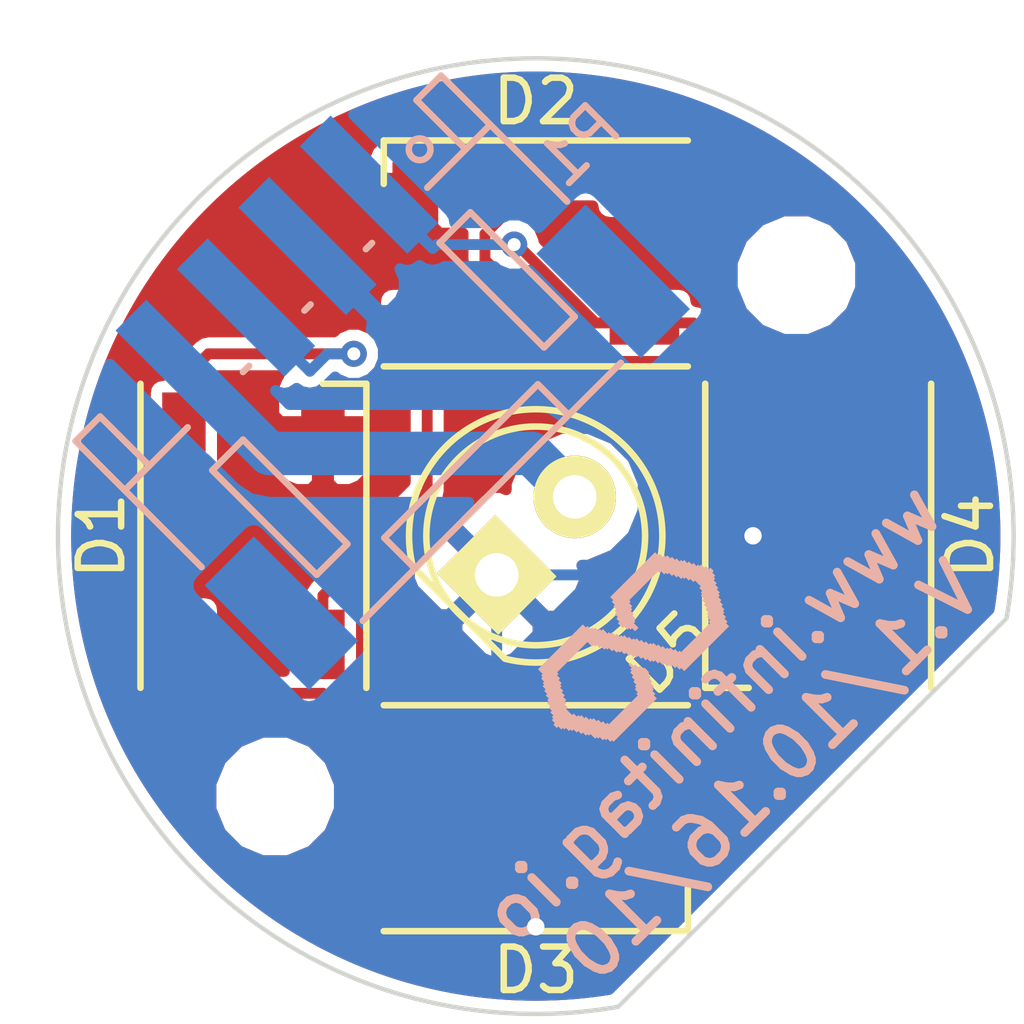
<source format=kicad_pcb>
(kicad_pcb (version 4) (host pcbnew 4.0.4-stable)
  (layers (0 F.Cu signal) (31 B.Cu signal) (34 B.Paste user hide) (35 F.Paste user) (36 B.SilkS user) (37 F.SilkS user hide) (38 B.Mask user hide) (39 F.Mask user hide) (44 Edge.Cuts user))
  (net 0 "")
  (net 1 GND)
  (net 2 "Net-(D1-Pad4)")
  (net 3 "Net-(D1-Pad2)")
  (net 4 +5V)
  (net 5 "Net-(D2-Pad2)")
  (net 6 "Net-(D3-Pad2)")
  (net 7 /IR)
  (module Mounting_Holes:MountingHole_2.2mm_M2 (layer F.Cu) (at 150 55)
    (fp_text reference REF2 hide)
    (fp_text value MountingHole_2.2mm_M2 hide)
    (pad 1 np_thru_hole circle (at 0 0) (size 2.2 2.2) (drill 2.2) (layers *.Cu *.Mask F.SilkS))
  )
  (module LEDs:LED_WS2812B-PLCC4 (layer F.Cu) (at 137.5 61 90)
    (fp_text reference D1 (at 0 -3.5 90) (layer F.SilkS))
    (fp_text value SK6812 hide)
    (pad 3 smd rect (at 2.5 1.6 90) (size 1.6 1) (layers F.Cu F.Paste F.Mask) (net 1 GND))
    (pad 4 smd rect (at 2.5 -1.6 90) (size 1.6 1) (layers F.Cu F.Paste F.Mask) (net 2 "Net-(D1-Pad4)"))
    (pad 2 smd rect (at -2.5 1.6 90) (size 1.6 1) (layers F.Cu F.Paste F.Mask) (net 3 "Net-(D1-Pad2)"))
    (pad 1 smd rect (at -2.5 -1.6 90) (size 1.6 1) (layers F.Cu F.Paste F.Mask) (net 4 +5V))
  )
  (module LEDs:LED_WS2812B-PLCC4 (layer F.Cu) (at 144 54.5 180)
    (fp_text reference D2 (at 0 3.5 180) (layer F.SilkS))
    (fp_text value SK6812 hide)
    (pad 3 smd rect (at 2.5 1.6 180) (size 1.6 1) (layers F.Cu F.Paste F.Mask) (net 1 GND))
    (pad 4 smd rect (at 2.5 -1.6 180) (size 1.6 1) (layers F.Cu F.Paste F.Mask) (net 3 "Net-(D1-Pad2)"))
    (pad 2 smd rect (at -2.5 1.6 180) (size 1.6 1) (layers F.Cu F.Paste F.Mask) (net 5 "Net-(D2-Pad2)"))
    (pad 1 smd rect (at -2.5 -1.6 180) (size 1.6 1) (layers F.Cu F.Paste F.Mask) (net 4 +5V))
  )
  (module LEDs:LED_WS2812B-PLCC4 (layer F.Cu) (at 144 67.5)
    (fp_text reference D3 (at 0 3.5) (layer F.SilkS))
    (fp_text value SK6812 hide)
    (pad 3 smd rect (at 2.5 1.6) (size 1.6 1) (layers F.Cu F.Paste F.Mask) (net 1 GND))
    (pad 4 smd rect (at 2.5 -1.6) (size 1.6 1) (layers F.Cu F.Paste F.Mask) (net 5 "Net-(D2-Pad2)"))
    (pad 2 smd rect (at -2.5 1.6) (size 1.6 1) (layers F.Cu F.Paste F.Mask) (net 6 "Net-(D3-Pad2)"))
    (pad 1 smd rect (at -2.5 -1.6) (size 1.6 1) (layers F.Cu F.Paste F.Mask) (net 4 +5V))
  )
  (module LEDs:LED_WS2812B-PLCC4 (layer F.Cu) (at 150.5 61 270)
    (fp_text reference D4 (at 0 -3.5 270) (layer F.SilkS))
    (fp_text value SK6812 hide)
    (pad 3 smd rect (at 2.5 1.6 270) (size 1.6 1) (layers F.Cu F.Paste F.Mask) (net 1 GND))
    (pad 4 smd rect (at 2.5 -1.6 270) (size 1.6 1) (layers F.Cu F.Paste F.Mask) (net 6 "Net-(D3-Pad2)"))
    (pad 2 smd rect (at -2.5 1.6 270) (size 1.6 1) (layers F.Cu F.Paste F.Mask))
    (pad 1 smd rect (at -2.5 -1.6 270) (size 1.6 1) (layers F.Cu F.Paste F.Mask) (net 4 +5V))
  )
  (module LEDs:LED-5MM (layer F.Cu) (at 143.1 61.9 45)
    (fp_text reference D5 (at 1.524 4.064 45) (layer F.SilkS))
    (fp_text value LED hide)
    (pad 1 thru_hole rect (at 0 0 135) (size 2 1.9) (drill 1.00076) (layers *.Cu *.Mask F.SilkS) (net 1 GND))
    (pad 2 thru_hole circle (at 2.54 0 45) (size 1.9 1.9) (drill 1.00076) (layers *.Cu *.Mask F.SilkS) (net 7 /IR))
  )
  (module Connectors_JST:JST_PH_S4B-PH-SM4-TB_04x2.00mm_Angled (layer B.Cu) (at 140 57 225)
    (fp_text reference P1 (at -7.071068 0 225) (layer B.SilkS) (effects (justify mirror)))
    (fp_text value CONN_01X04 hide)
    (pad 1 smd rect (at -3 2.775 225) (size 1 3.5) (layers B.Cu B.Paste B.Mask) (net 4 +5V))
    (pad 2 smd rect (at -1 2.775 225) (size 1 3.5) (layers B.Cu B.Paste B.Mask) (net 1 GND))
    (pad 3 smd rect (at 1 2.775 225) (size 1 3.5) (layers B.Cu B.Paste B.Mask) (net 2 "Net-(D1-Pad4)"))
    (pad 4 smd rect (at 3 2.775 225) (size 1 3.5) (layers B.Cu B.Paste B.Mask) (net 7 /IR))
    (pad "" smd rect (at -5.4 -2.775 225) (size 1.6 3.4) (layers B.Cu B.Paste B.Mask))
    (pad "" smd rect (at 5.4 -2.775 225) (size 1.6 3.4) (layers B.Cu B.Paste B.Mask))
  )
  (module Mounting_Holes:MountingHole_2.2mm_M2 (layer F.Cu) (at 138 67)
    (fp_text reference REF1 hide)
    (fp_text value MountingHole_2.2mm_M2 hide)
    (pad 1 np_thru_hole circle (at 0 0) (size 2.2 2.2) (drill 2.2) (layers *.Cu *.Mask F.SilkS))
  )
  (module INFINITAG:INFINITAG_LOGO_6mm (layer B.Cu) (at 146.25 67.75 45)
    (fp_text reference LOGO hide)
    (fp_text value "" (at 0 0 45) (layer B.SilkS) (effects (justify mirror)))
  )
  (gr_text "www.infinitag.io\nV.1/10.16/10" (at 148.75 65.75 45) (layer B.SilkS) (effects (font (size 1.2 1.2) (thickness 0.2)) (justify mirror)))
  (gr_line (start 145.853676 71.849391) (end 145.893614 71.842524) (layer Edge.Cuts) (width 0.1))
  (gr_line (start 145.813717 71.85611) (end 145.853676 71.849391) (layer Edge.Cuts) (width 0.1))
  (gr_line (start 145.773739 71.862682) (end 145.813717 71.85611) (layer Edge.Cuts) (width 0.1))
  (gr_line (start 145.733742 71.869106) (end 145.773739 71.862682) (layer Edge.Cuts) (width 0.1))
  (gr_line (start 145.693725 71.875383) (end 145.733742 71.869106) (layer Edge.Cuts) (width 0.1))
  (gr_line (start 145.65369 71.881513) (end 145.693725 71.875383) (layer Edge.Cuts) (width 0.1))
  (gr_line (start 145.613637 71.887495) (end 145.65369 71.881513) (layer Edge.Cuts) (width 0.1))
  (gr_line (start 145.573567 71.893331) (end 145.613637 71.887495) (layer Edge.Cuts) (width 0.1))
  (gr_line (start 145.533479 71.899019) (end 145.573567 71.893331) (layer Edge.Cuts) (width 0.1))
  (gr_line (start 145.493375 71.904559) (end 145.533479 71.899019) (layer Edge.Cuts) (width 0.1))
  (gr_line (start 145.453254 71.909952) (end 145.493375 71.904559) (layer Edge.Cuts) (width 0.1))
  (gr_line (start 145.413118 71.915198) (end 145.453254 71.909952) (layer Edge.Cuts) (width 0.1))
  (gr_line (start 145.372966 71.920297) (end 145.413118 71.915198) (layer Edge.Cuts) (width 0.1))
  (gr_line (start 145.3328 71.925248) (end 145.372966 71.920297) (layer Edge.Cuts) (width 0.1))
  (gr_line (start 145.292619 71.930052) (end 145.3328 71.925248) (layer Edge.Cuts) (width 0.1))
  (gr_line (start 145.252424 71.934709) (end 145.292619 71.930052) (layer Edge.Cuts) (width 0.1))
  (gr_line (start 145.212215 71.939218) (end 145.252424 71.934709) (layer Edge.Cuts) (width 0.1))
  (gr_line (start 145.171993 71.94358) (end 145.212215 71.939218) (layer Edge.Cuts) (width 0.1))
  (gr_line (start 145.131759 71.947795) (end 145.171993 71.94358) (layer Edge.Cuts) (width 0.1))
  (gr_line (start 145.091512 71.951863) (end 145.131759 71.947795) (layer Edge.Cuts) (width 0.1))
  (gr_line (start 145.051253 71.955783) (end 145.091512 71.951863) (layer Edge.Cuts) (width 0.1))
  (gr_line (start 145.010983 71.959555) (end 145.051253 71.955783) (layer Edge.Cuts) (width 0.1))
  (gr_line (start 144.970702 71.963181) (end 145.010983 71.959555) (layer Edge.Cuts) (width 0.1))
  (gr_line (start 144.93041 71.966659) (end 144.970702 71.963181) (layer Edge.Cuts) (width 0.1))
  (gr_line (start 144.890108 71.969989) (end 144.93041 71.966659) (layer Edge.Cuts) (width 0.1))
  (gr_line (start 144.849797 71.973173) (end 144.890108 71.969989) (layer Edge.Cuts) (width 0.1))
  (gr_line (start 144.809476 71.976209) (end 144.849797 71.973173) (layer Edge.Cuts) (width 0.1))
  (gr_line (start 144.769147 71.979097) (end 144.809476 71.976209) (layer Edge.Cuts) (width 0.1))
  (gr_line (start 144.728809 71.981839) (end 144.769147 71.979097) (layer Edge.Cuts) (width 0.1))
  (gr_line (start 144.688463 71.984433) (end 144.728809 71.981839) (layer Edge.Cuts) (width 0.1))
  (gr_line (start 144.64811 71.986879) (end 144.688463 71.984433) (layer Edge.Cuts) (width 0.1))
  (gr_line (start 144.60775 71.989179) (end 144.64811 71.986879) (layer Edge.Cuts) (width 0.1))
  (gr_line (start 144.567383 71.99133) (end 144.60775 71.989179) (layer Edge.Cuts) (width 0.1))
  (gr_line (start 144.52701 71.993335) (end 144.567383 71.99133) (layer Edge.Cuts) (width 0.1))
  (gr_line (start 144.486632 71.995192) (end 144.52701 71.993335) (layer Edge.Cuts) (width 0.1))
  (gr_line (start 144.446248 71.996902) (end 144.486632 71.995192) (layer Edge.Cuts) (width 0.1))
  (gr_line (start 144.405859 71.998464) (end 144.446248 71.996902) (layer Edge.Cuts) (width 0.1))
  (gr_line (start 144.365466 71.99988) (end 144.405859 71.998464) (layer Edge.Cuts) (width 0.1))
  (gr_line (start 144.325069 72.001147) (end 144.365466 71.99988) (layer Edge.Cuts) (width 0.1))
  (gr_line (start 144.284669 72.002268) (end 144.325069 72.001147) (layer Edge.Cuts) (width 0.1))
  (gr_line (start 144.244265 72.003241) (end 144.284669 72.002268) (layer Edge.Cuts) (width 0.1))
  (gr_line (start 144.203859 72.004066) (end 144.244265 72.003241) (layer Edge.Cuts) (width 0.1))
  (gr_line (start 144.16345 72.004745) (end 144.203859 72.004066) (layer Edge.Cuts) (width 0.1))
  (gr_line (start 144.12304 72.005275) (end 144.16345 72.004745) (layer Edge.Cuts) (width 0.1))
  (gr_line (start 144.082629 72.005659) (end 144.12304 72.005275) (layer Edge.Cuts) (width 0.1))
  (gr_line (start 144.042216 72.005895) (end 144.082629 72.005659) (layer Edge.Cuts) (width 0.1))
  (gr_line (start 144.001804 72.005984) (end 144.042216 72.005895) (layer Edge.Cuts) (width 0.1))
  (gr_line (start 143.961391 72.005925) (end 144.001804 72.005984) (layer Edge.Cuts) (width 0.1))
  (gr_line (start 143.920978 72.005719) (end 143.961391 72.005925) (layer Edge.Cuts) (width 0.1))
  (gr_line (start 143.880567 72.005366) (end 143.920978 72.005719) (layer Edge.Cuts) (width 0.1))
  (gr_line (start 143.840157 72.004865) (end 143.880567 72.005366) (layer Edge.Cuts) (width 0.1))
  (gr_line (start 143.799748 72.004217) (end 143.840157 72.004865) (layer Edge.Cuts) (width 0.1))
  (gr_line (start 143.759342 72.003421) (end 143.799748 72.004217) (layer Edge.Cuts) (width 0.1))
  (gr_line (start 143.718938 72.002478) (end 143.759342 72.003421) (layer Edge.Cuts) (width 0.1))
  (gr_line (start 143.678538 72.001388) (end 143.718938 72.002478) (layer Edge.Cuts) (width 0.1))
  (gr_line (start 143.638141 72.00015) (end 143.678538 72.001388) (layer Edge.Cuts) (width 0.1))
  (gr_line (start 143.597748 71.998765) (end 143.638141 72.00015) (layer Edge.Cuts) (width 0.1))
  (gr_line (start 143.557359 71.997232) (end 143.597748 71.998765) (layer Edge.Cuts) (width 0.1))
  (gr_line (start 143.516975 71.995552) (end 143.557359 71.997232) (layer Edge.Cuts) (width 0.1))
  (gr_line (start 143.476596 71.993725) (end 143.516975 71.995552) (layer Edge.Cuts) (width 0.1))
  (gr_line (start 143.436224 71.99175) (end 143.476596 71.993725) (layer Edge.Cuts) (width 0.1))
  (gr_line (start 143.395857 71.989628) (end 143.436224 71.99175) (layer Edge.Cuts) (width 0.1))
  (gr_line (start 143.355497 71.987358) (end 143.395857 71.989628) (layer Edge.Cuts) (width 0.1))
  (gr_line (start 143.315143 71.984941) (end 143.355497 71.987358) (layer Edge.Cuts) (width 0.1))
  (gr_line (start 143.274798 71.982377) (end 143.315143 71.984941) (layer Edge.Cuts) (width 0.1))
  (gr_line (start 143.23446 71.979665) (end 143.274798 71.982377) (layer Edge.Cuts) (width 0.1))
  (gr_line (start 143.19413 71.976806) (end 143.23446 71.979665) (layer Edge.Cuts) (width 0.1))
  (gr_line (start 143.15381 71.973799) (end 143.19413 71.976806) (layer Edge.Cuts) (width 0.1))
  (gr_line (start 143.113498 71.970645) (end 143.15381 71.973799) (layer Edge.Cuts) (width 0.1))
  (gr_line (start 143.073196 71.967344) (end 143.113498 71.970645) (layer Edge.Cuts) (width 0.1))
  (gr_line (start 143.032905 71.963895) (end 143.073196 71.967344) (layer Edge.Cuts) (width 0.1))
  (gr_line (start 142.992624 71.960298) (end 143.032905 71.963895) (layer Edge.Cuts) (width 0.1))
  (gr_line (start 142.952353 71.956555) (end 142.992624 71.960298) (layer Edge.Cuts) (width 0.1))
  (gr_line (start 142.912094 71.952663) (end 142.952353 71.956555) (layer Edge.Cuts) (width 0.1))
  (gr_line (start 142.871848 71.948625) (end 142.912094 71.952663) (layer Edge.Cuts) (width 0.1))
  (gr_line (start 142.831613 71.944439) (end 142.871848 71.948625) (layer Edge.Cuts) (width 0.1))
  (gr_line (start 142.791391 71.940105) (end 142.831613 71.944439) (layer Edge.Cuts) (width 0.1))
  (gr_line (start 142.751182 71.935624) (end 142.791391 71.940105) (layer Edge.Cuts) (width 0.1))
  (gr_line (start 142.710987 71.930996) (end 142.751182 71.935624) (layer Edge.Cuts) (width 0.1))
  (gr_line (start 142.670806 71.92622) (end 142.710987 71.930996) (layer Edge.Cuts) (width 0.1))
  (gr_line (start 142.630639 71.921297) (end 142.670806 71.92622) (layer Edge.Cuts) (width 0.1))
  (gr_line (start 142.590487 71.916226) (end 142.630639 71.921297) (layer Edge.Cuts) (width 0.1))
  (gr_line (start 142.550351 71.911008) (end 142.590487 71.916226) (layer Edge.Cuts) (width 0.1))
  (gr_line (start 142.51023 71.905642) (end 142.550351 71.911008) (layer Edge.Cuts) (width 0.1))
  (gr_line (start 142.470126 71.900129) (end 142.51023 71.905642) (layer Edge.Cuts) (width 0.1))
  (gr_line (start 142.430038 71.894468) (end 142.470126 71.900129) (layer Edge.Cuts) (width 0.1))
  (gr_line (start 142.389968 71.88866) (end 142.430038 71.894468) (layer Edge.Cuts) (width 0.1))
  (gr_line (start 142.349915 71.882705) (end 142.389968 71.88866) (layer Edge.Cuts) (width 0.1))
  (gr_line (start 142.30988 71.876602) (end 142.349915 71.882705) (layer Edge.Cuts) (width 0.1))
  (gr_line (start 142.269863 71.870352) (end 142.30988 71.876602) (layer Edge.Cuts) (width 0.1))
  (gr_line (start 142.229865 71.863954) (end 142.269863 71.870352) (layer Edge.Cuts) (width 0.1))
  (gr_line (start 142.189887 71.857409) (end 142.229865 71.863954) (layer Edge.Cuts) (width 0.1))
  (gr_line (start 142.149928 71.850716) (end 142.189887 71.857409) (layer Edge.Cuts) (width 0.1))
  (gr_line (start 142.10999 71.843876) (end 142.149928 71.850716) (layer Edge.Cuts) (width 0.1))
  (gr_line (start 142.070072 71.836888) (end 142.10999 71.843876) (layer Edge.Cuts) (width 0.1))
  (gr_line (start 142.030175 71.829753) (end 142.070072 71.836888) (layer Edge.Cuts) (width 0.1))
  (gr_line (start 141.9903 71.82247) (end 142.030175 71.829753) (layer Edge.Cuts) (width 0.1))
  (gr_line (start 141.950447 71.81504) (end 141.9903 71.82247) (layer Edge.Cuts) (width 0.1))
  (gr_line (start 141.910616 71.807462) (end 141.950447 71.81504) (layer Edge.Cuts) (width 0.1))
  (gr_line (start 141.870808 71.799737) (end 141.910616 71.807462) (layer Edge.Cuts) (width 0.1))
  (gr_line (start 141.831023 71.791865) (end 141.870808 71.799737) (layer Edge.Cuts) (width 0.1))
  (gr_line (start 141.791261 71.783845) (end 141.831023 71.791865) (layer Edge.Cuts) (width 0.1))
  (gr_line (start 141.751524 71.775677) (end 141.791261 71.783845) (layer Edge.Cuts) (width 0.1))
  (gr_line (start 141.711812 71.767362) (end 141.751524 71.775677) (layer Edge.Cuts) (width 0.1))
  (gr_line (start 141.672125 71.7589) (end 141.711812 71.767362) (layer Edge.Cuts) (width 0.1))
  (gr_line (start 141.632463 71.75029) (end 141.672125 71.7589) (layer Edge.Cuts) (width 0.1))
  (gr_line (start 141.592826 71.741532) (end 141.632463 71.75029) (layer Edge.Cuts) (width 0.1))
  (gr_line (start 141.553217 71.732627) (end 141.592826 71.741532) (layer Edge.Cuts) (width 0.1))
  (gr_line (start 141.513634 71.723575) (end 141.553217 71.732627) (layer Edge.Cuts) (width 0.1))
  (gr_line (start 141.474078 71.714375) (end 141.513634 71.723575) (layer Edge.Cuts) (width 0.1))
  (gr_line (start 141.43455 71.705027) (end 141.474078 71.714375) (layer Edge.Cuts) (width 0.1))
  (gr_line (start 141.39505 71.695532) (end 141.43455 71.705027) (layer Edge.Cuts) (width 0.1))
  (gr_line (start 141.355578 71.68589) (end 141.39505 71.695532) (layer Edge.Cuts) (width 0.1))
  (gr_line (start 141.316135 71.6761) (end 141.355578 71.68589) (layer Edge.Cuts) (width 0.1))
  (gr_line (start 141.276722 71.666163) (end 141.316135 71.6761) (layer Edge.Cuts) (width 0.1))
  (gr_line (start 141.237339 71.656078) (end 141.276722 71.666163) (layer Edge.Cuts) (width 0.1))
  (gr_line (start 141.197986 71.645845) (end 141.237339 71.656078) (layer Edge.Cuts) (width 0.1))
  (gr_line (start 141.158663 71.635465) (end 141.197986 71.645845) (layer Edge.Cuts) (width 0.1))
  (gr_line (start 141.119372 71.624938) (end 141.158663 71.635465) (layer Edge.Cuts) (width 0.1))
  (gr_line (start 141.080113 71.614263) (end 141.119372 71.624938) (layer Edge.Cuts) (width 0.1))
  (gr_line (start 141.040885 71.60344) (end 141.080113 71.614263) (layer Edge.Cuts) (width 0.1))
  (gr_line (start 141.00169 71.59247) (end 141.040885 71.60344) (layer Edge.Cuts) (width 0.1))
  (gr_line (start 140.962528 71.581352) (end 141.00169 71.59247) (layer Edge.Cuts) (width 0.1))
  (gr_line (start 140.923399 71.570087) (end 140.962528 71.581352) (layer Edge.Cuts) (width 0.1))
  (gr_line (start 140.884304 71.558675) (end 140.923399 71.570087) (layer Edge.Cuts) (width 0.1))
  (gr_line (start 140.845243 71.547115) (end 140.884304 71.558675) (layer Edge.Cuts) (width 0.1))
  (gr_line (start 140.806217 71.535407) (end 140.845243 71.547115) (layer Edge.Cuts) (width 0.1))
  (gr_line (start 140.767226 71.523552) (end 140.806217 71.535407) (layer Edge.Cuts) (width 0.1))
  (gr_line (start 140.728271 71.511549) (end 140.767226 71.523552) (layer Edge.Cuts) (width 0.1))
  (gr_line (start 140.689351 71.499399) (end 140.728271 71.511549) (layer Edge.Cuts) (width 0.1))
  (gr_line (start 140.650468 71.487101) (end 140.689351 71.499399) (layer Edge.Cuts) (width 0.1))
  (gr_line (start 140.611622 71.474655) (end 140.650468 71.487101) (layer Edge.Cuts) (width 0.1))
  (gr_line (start 140.572813 71.462063) (end 140.611622 71.474655) (layer Edge.Cuts) (width 0.1))
  (gr_line (start 140.534042 71.449322) (end 140.572813 71.462063) (layer Edge.Cuts) (width 0.1))
  (gr_line (start 140.495309 71.436434) (end 140.534042 71.449322) (layer Edge.Cuts) (width 0.1))
  (gr_line (start 140.456615 71.423399) (end 140.495309 71.436434) (layer Edge.Cuts) (width 0.1))
  (gr_line (start 140.417959 71.410216) (end 140.456615 71.423399) (layer Edge.Cuts) (width 0.1))
  (gr_line (start 140.379343 71.396885) (end 140.417959 71.410216) (layer Edge.Cuts) (width 0.1))
  (gr_line (start 140.340768 71.383407) (end 140.379343 71.396885) (layer Edge.Cuts) (width 0.1))
  (gr_line (start 140.302232 71.369781) (end 140.340768 71.383407) (layer Edge.Cuts) (width 0.1))
  (gr_line (start 140.263737 71.356008) (end 140.302232 71.369781) (layer Edge.Cuts) (width 0.1))
  (gr_line (start 140.225284 71.342087) (end 140.263737 71.356008) (layer Edge.Cuts) (width 0.1))
  (gr_line (start 140.186872 71.328019) (end 140.225284 71.342087) (layer Edge.Cuts) (width 0.1))
  (gr_line (start 140.148503 71.313803) (end 140.186872 71.328019) (layer Edge.Cuts) (width 0.1))
  (gr_line (start 140.110176 71.299439) (end 140.148503 71.313803) (layer Edge.Cuts) (width 0.1))
  (gr_line (start 140.071892 71.284928) (end 140.110176 71.299439) (layer Edge.Cuts) (width 0.1))
  (gr_line (start 140.033651 71.270269) (end 140.071892 71.284928) (layer Edge.Cuts) (width 0.1))
  (gr_line (start 139.995454 71.255463) (end 140.033651 71.270269) (layer Edge.Cuts) (width 0.1))
  (gr_line (start 139.957302 71.240509) (end 139.995454 71.255463) (layer Edge.Cuts) (width 0.1))
  (gr_line (start 139.919194 71.225408) (end 139.957302 71.240509) (layer Edge.Cuts) (width 0.1))
  (gr_line (start 139.881132 71.210159) (end 139.919194 71.225408) (layer Edge.Cuts) (width 0.1))
  (gr_line (start 139.843115 71.194763) (end 139.881132 71.210159) (layer Edge.Cuts) (width 0.1))
  (gr_line (start 139.805144 71.179219) (end 139.843115 71.194763) (layer Edge.Cuts) (width 0.1))
  (gr_line (start 139.76722 71.163527) (end 139.805144 71.179219) (layer Edge.Cuts) (width 0.1))
  (gr_line (start 139.729343 71.147688) (end 139.76722 71.163527) (layer Edge.Cuts) (width 0.1))
  (gr_line (start 139.691513 71.131701) (end 139.729343 71.147688) (layer Edge.Cuts) (width 0.1))
  (gr_line (start 139.653731 71.115567) (end 139.691513 71.131701) (layer Edge.Cuts) (width 0.1))
  (gr_line (start 139.615997 71.099285) (end 139.653731 71.115567) (layer Edge.Cuts) (width 0.1))
  (gr_line (start 139.578312 71.082855) (end 139.615997 71.099285) (layer Edge.Cuts) (width 0.1))
  (gr_line (start 139.540677 71.066278) (end 139.578312 71.082855) (layer Edge.Cuts) (width 0.1))
  (gr_line (start 139.50309 71.049553) (end 139.540677 71.066278) (layer Edge.Cuts) (width 0.1))
  (gr_line (start 139.465554 71.032681) (end 139.50309 71.049553) (layer Edge.Cuts) (width 0.1))
  (gr_line (start 139.428068 71.015661) (end 139.465554 71.032681) (layer Edge.Cuts) (width 0.1))
  (gr_line (start 139.390633 70.998493) (end 139.428068 71.015661) (layer Edge.Cuts) (width 0.1))
  (gr_line (start 139.35325 70.981178) (end 139.390633 70.998493) (layer Edge.Cuts) (width 0.1))
  (gr_line (start 139.315918 70.963715) (end 139.35325 70.981178) (layer Edge.Cuts) (width 0.1))
  (gr_line (start 139.278639 70.946105) (end 139.315918 70.963715) (layer Edge.Cuts) (width 0.1))
  (gr_line (start 139.241412 70.928347) (end 139.278639 70.946105) (layer Edge.Cuts) (width 0.1))
  (gr_line (start 139.204238 70.910442) (end 139.241412 70.928347) (layer Edge.Cuts) (width 0.1))
  (gr_line (start 139.167118 70.892388) (end 139.204238 70.910442) (layer Edge.Cuts) (width 0.1))
  (gr_line (start 139.130052 70.874188) (end 139.167118 70.892388) (layer Edge.Cuts) (width 0.1))
  (gr_line (start 139.09304 70.855839) (end 139.130052 70.874188) (layer Edge.Cuts) (width 0.1))
  (gr_line (start 139.056083 70.837343) (end 139.09304 70.855839) (layer Edge.Cuts) (width 0.1))
  (gr_line (start 139.019181 70.8187) (end 139.056083 70.837343) (layer Edge.Cuts) (width 0.1))
  (gr_line (start 138.982335 70.799908) (end 139.019181 70.8187) (layer Edge.Cuts) (width 0.1))
  (gr_line (start 138.945546 70.78097) (end 138.982335 70.799908) (layer Edge.Cuts) (width 0.1))
  (gr_line (start 138.908812 70.761883) (end 138.945546 70.78097) (layer Edge.Cuts) (width 0.1))
  (gr_line (start 138.872136 70.742649) (end 138.908812 70.761883) (layer Edge.Cuts) (width 0.1))
  (gr_line (start 138.835518 70.723267) (end 138.872136 70.742649) (layer Edge.Cuts) (width 0.1))
  (gr_line (start 138.798957 70.703738) (end 138.835518 70.723267) (layer Edge.Cuts) (width 0.1))
  (gr_line (start 138.762455 70.684061) (end 138.798957 70.703738) (layer Edge.Cuts) (width 0.1))
  (gr_line (start 138.726011 70.664237) (end 138.762455 70.684061) (layer Edge.Cuts) (width 0.1))
  (gr_line (start 138.689627 70.644264) (end 138.726011 70.664237) (layer Edge.Cuts) (width 0.1))
  (gr_line (start 138.653303 70.624144) (end 138.689627 70.644264) (layer Edge.Cuts) (width 0.1))
  (gr_line (start 138.617038 70.603877) (end 138.653303 70.624144) (layer Edge.Cuts) (width 0.1))
  (gr_line (start 138.580834 70.583462) (end 138.617038 70.603877) (layer Edge.Cuts) (width 0.1))
  (gr_line (start 138.544691 70.562899) (end 138.580834 70.583462) (layer Edge.Cuts) (width 0.1))
  (gr_line (start 138.50861 70.542189) (end 138.544691 70.562899) (layer Edge.Cuts) (width 0.1))
  (gr_line (start 138.47259 70.521331) (end 138.50861 70.542189) (layer Edge.Cuts) (width 0.1))
  (gr_line (start 138.436633 70.500325) (end 138.47259 70.521331) (layer Edge.Cuts) (width 0.1))
  (gr_line (start 138.400739 70.479172) (end 138.436633 70.500325) (layer Edge.Cuts) (width 0.1))
  (gr_line (start 138.364907 70.457871) (end 138.400739 70.479172) (layer Edge.Cuts) (width 0.1))
  (gr_line (start 138.32914 70.436422) (end 138.364907 70.457871) (layer Edge.Cuts) (width 0.1))
  (gr_line (start 138.293436 70.414826) (end 138.32914 70.436422) (layer Edge.Cuts) (width 0.1))
  (gr_line (start 138.257797 70.393082) (end 138.293436 70.414826) (layer Edge.Cuts) (width 0.1))
  (gr_line (start 138.222223 70.37119) (end 138.257797 70.393082) (layer Edge.Cuts) (width 0.1))
  (gr_line (start 138.186714 70.349151) (end 138.222223 70.37119) (layer Edge.Cuts) (width 0.1))
  (gr_line (start 138.151271 70.326964) (end 138.186714 70.349151) (layer Edge.Cuts) (width 0.1))
  (gr_line (start 138.115894 70.304629) (end 138.151271 70.326964) (layer Edge.Cuts) (width 0.1))
  (gr_line (start 138.080585 70.282147) (end 138.115894 70.304629) (layer Edge.Cuts) (width 0.1))
  (gr_line (start 138.045342 70.259517) (end 138.080585 70.282147) (layer Edge.Cuts) (width 0.1))
  (gr_line (start 138.010167 70.23674) (end 138.045342 70.259517) (layer Edge.Cuts) (width 0.1))
  (gr_line (start 137.975059 70.213814) (end 138.010167 70.23674) (layer Edge.Cuts) (width 0.1))
  (gr_line (start 137.940021 70.190741) (end 137.975059 70.213814) (layer Edge.Cuts) (width 0.1))
  (gr_line (start 137.905051 70.167521) (end 137.940021 70.190741) (layer Edge.Cuts) (width 0.1))
  (gr_line (start 137.87015 70.144153) (end 137.905051 70.167521) (layer Edge.Cuts) (width 0.1))
  (gr_line (start 137.83532 70.120637) (end 137.87015 70.144153) (layer Edge.Cuts) (width 0.1))
  (gr_line (start 137.800559 70.096973) (end 137.83532 70.120637) (layer Edge.Cuts) (width 0.1))
  (gr_line (start 137.765869 70.073162) (end 137.800559 70.096973) (layer Edge.Cuts) (width 0.1))
  (gr_line (start 137.73125 70.049203) (end 137.765869 70.073162) (layer Edge.Cuts) (width 0.1))
  (gr_line (start 137.696703 70.025096) (end 137.73125 70.049203) (layer Edge.Cuts) (width 0.1))
  (gr_line (start 137.662228 70.000842) (end 137.696703 70.025096) (layer Edge.Cuts) (width 0.1))
  (gr_line (start 137.627825 69.97644) (end 137.662228 70.000842) (layer Edge.Cuts) (width 0.1))
  (gr_line (start 137.593495 69.95189) (end 137.627825 69.97644) (layer Edge.Cuts) (width 0.1))
  (gr_line (start 137.559238 69.927193) (end 137.593495 69.95189) (layer Edge.Cuts) (width 0.1))
  (gr_line (start 137.525056 69.902347) (end 137.559238 69.927193) (layer Edge.Cuts) (width 0.1))
  (gr_line (start 137.490947 69.877355) (end 137.525056 69.902347) (layer Edge.Cuts) (width 0.1))
  (gr_line (start 137.456913 69.852214) (end 137.490947 69.877355) (layer Edge.Cuts) (width 0.1))
  (gr_line (start 137.422953 69.826926) (end 137.456913 69.852214) (layer Edge.Cuts) (width 0.1))
  (gr_line (start 137.38907 69.80149) (end 137.422953 69.826926) (layer Edge.Cuts) (width 0.1))
  (gr_line (start 137.355262 69.775906) (end 137.38907 69.80149) (layer Edge.Cuts) (width 0.1))
  (gr_line (start 137.321531 69.750175) (end 137.355262 69.775906) (layer Edge.Cuts) (width 0.1))
  (gr_line (start 137.287876 69.724296) (end 137.321531 69.750175) (layer Edge.Cuts) (width 0.1))
  (gr_line (start 137.254299 69.698269) (end 137.287876 69.724296) (layer Edge.Cuts) (width 0.1))
  (gr_line (start 137.220799 69.672095) (end 137.254299 69.698269) (layer Edge.Cuts) (width 0.1))
  (gr_line (start 137.187377 69.645773) (end 137.220799 69.672095) (layer Edge.Cuts) (width 0.1))
  (gr_line (start 137.154034 69.619303) (end 137.187377 69.645773) (layer Edge.Cuts) (width 0.1))
  (gr_line (start 137.12077 69.592685) (end 137.154034 69.619303) (layer Edge.Cuts) (width 0.1))
  (gr_line (start 137.087586 69.56592) (end 137.12077 69.592685) (layer Edge.Cuts) (width 0.1))
  (gr_line (start 137.054481 69.539007) (end 137.087586 69.56592) (layer Edge.Cuts) (width 0.1))
  (gr_line (start 137.021457 69.511946) (end 137.054481 69.539007) (layer Edge.Cuts) (width 0.1))
  (gr_line (start 136.988513 69.484738) (end 137.021457 69.511946) (layer Edge.Cuts) (width 0.1))
  (gr_line (start 136.955651 69.457382) (end 136.988513 69.484738) (layer Edge.Cuts) (width 0.1))
  (gr_line (start 136.92287 69.429878) (end 136.955651 69.457382) (layer Edge.Cuts) (width 0.1))
  (gr_line (start 136.890171 69.402226) (end 136.92287 69.429878) (layer Edge.Cuts) (width 0.1))
  (gr_line (start 136.857555 69.374427) (end 136.890171 69.402226) (layer Edge.Cuts) (width 0.1))
  (gr_line (start 136.825021 69.34648) (end 136.857555 69.374427) (layer Edge.Cuts) (width 0.1))
  (gr_line (start 136.792571 69.318385) (end 136.825021 69.34648) (layer Edge.Cuts) (width 0.1))
  (gr_line (start 136.760205 69.290142) (end 136.792571 69.318385) (layer Edge.Cuts) (width 0.1))
  (gr_line (start 136.727924 69.261752) (end 136.760205 69.290142) (layer Edge.Cuts) (width 0.1))
  (gr_line (start 136.695726 69.233214) (end 136.727924 69.261752) (layer Edge.Cuts) (width 0.1))
  (gr_line (start 136.663614 69.204528) (end 136.695726 69.233214) (layer Edge.Cuts) (width 0.1))
  (gr_line (start 136.631588 69.175695) (end 136.663614 69.204528) (layer Edge.Cuts) (width 0.1))
  (gr_line (start 136.599647 69.146714) (end 136.631588 69.175695) (layer Edge.Cuts) (width 0.1))
  (gr_line (start 136.567794 69.117585) (end 136.599647 69.146714) (layer Edge.Cuts) (width 0.1))
  (gr_line (start 136.536026 69.088308) (end 136.567794 69.117585) (layer Edge.Cuts) (width 0.1))
  (gr_line (start 136.504347 69.058883) (end 136.536026 69.088308) (layer Edge.Cuts) (width 0.1))
  (gr_line (start 136.472755 69.029311) (end 136.504347 69.058883) (layer Edge.Cuts) (width 0.1))
  (gr_line (start 136.441251 68.999591) (end 136.472755 69.029311) (layer Edge.Cuts) (width 0.1))
  (gr_line (start 136.409836 68.969723) (end 136.441251 68.999591) (layer Edge.Cuts) (width 0.1))
  (gr_line (start 136.37851 68.939708) (end 136.409836 68.969723) (layer Edge.Cuts) (width 0.1))
  (gr_line (start 136.347273 68.909545) (end 136.37851 68.939708) (layer Edge.Cuts) (width 0.1))
  (gr_line (start 136.316127 68.879233) (end 136.347273 68.909545) (layer Edge.Cuts) (width 0.1))
  (gr_line (start 136.285071 68.848775) (end 136.316127 68.879233) (layer Edge.Cuts) (width 0.1))
  (gr_line (start 136.254105 68.818168) (end 136.285071 68.848775) (layer Edge.Cuts) (width 0.1))
  (gr_line (start 136.223231 68.787414) (end 136.254105 68.818168) (layer Edge.Cuts) (width 0.1))
  (gr_line (start 136.173084 68.736948) (end 136.223231 68.787414) (layer Edge.Cuts) (width 0.1))
  (gr_line (start 136.12333 68.686239) (end 136.173084 68.736948) (layer Edge.Cuts) (width 0.1))
  (gr_line (start 136.073969 68.63529) (end 136.12333 68.686239) (layer Edge.Cuts) (width 0.1))
  (gr_line (start 136.025001 68.584103) (end 136.073969 68.63529) (layer Edge.Cuts) (width 0.1))
  (gr_line (start 135.976427 68.532679) (end 136.025001 68.584103) (layer Edge.Cuts) (width 0.1))
  (gr_line (start 135.928246 68.48102) (end 135.976427 68.532679) (layer Edge.Cuts) (width 0.1))
  (gr_line (start 135.880458 68.429128) (end 135.928246 68.48102) (layer Edge.Cuts) (width 0.1))
  (gr_line (start 135.833064 68.377005) (end 135.880458 68.429128) (layer Edge.Cuts) (width 0.1))
  (gr_line (start 135.786063 68.324653) (end 135.833064 68.377005) (layer Edge.Cuts) (width 0.1))
  (gr_line (start 135.739456 68.272074) (end 135.786063 68.324653) (layer Edge.Cuts) (width 0.1))
  (gr_line (start 135.693241 68.21927) (end 135.739456 68.272074) (layer Edge.Cuts) (width 0.1))
  (gr_line (start 135.64742 68.166242) (end 135.693241 68.21927) (layer Edge.Cuts) (width 0.1))
  (gr_line (start 135.601992 68.112993) (end 135.64742 68.166242) (layer Edge.Cuts) (width 0.1))
  (gr_line (start 135.556958 68.059524) (end 135.601992 68.112993) (layer Edge.Cuts) (width 0.1))
  (gr_line (start 135.512317 68.005838) (end 135.556958 68.059524) (layer Edge.Cuts) (width 0.1))
  (gr_line (start 135.468069 67.951936) (end 135.512317 68.005838) (layer Edge.Cuts) (width 0.1))
  (gr_line (start 135.424215 67.89782) (end 135.468069 67.951936) (layer Edge.Cuts) (width 0.1))
  (gr_line (start 135.380753 67.843493) (end 135.424215 67.89782) (layer Edge.Cuts) (width 0.1))
  (gr_line (start 135.337686 67.788955) (end 135.380753 67.843493) (layer Edge.Cuts) (width 0.1))
  (gr_line (start 135.295011 67.73421) (end 135.337686 67.788955) (layer Edge.Cuts) (width 0.1))
  (gr_line (start 135.25273 67.679258) (end 135.295011 67.73421) (layer Edge.Cuts) (width 0.1))
  (gr_line (start 135.210842 67.624102) (end 135.25273 67.679258) (layer Edge.Cuts) (width 0.1))
  (gr_line (start 135.169347 67.568744) (end 135.210842 67.624102) (layer Edge.Cuts) (width 0.1))
  (gr_line (start 135.128246 67.513185) (end 135.169347 67.568744) (layer Edge.Cuts) (width 0.1))
  (gr_line (start 135.087538 67.457428) (end 135.128246 67.513185) (layer Edge.Cuts) (width 0.1))
  (gr_line (start 135.047223 67.401474) (end 135.087538 67.457428) (layer Edge.Cuts) (width 0.1))
  (gr_line (start 135.007302 67.345325) (end 135.047223 67.401474) (layer Edge.Cuts) (width 0.1))
  (gr_line (start 134.967774 67.288984) (end 135.007302 67.345325) (layer Edge.Cuts) (width 0.1))
  (gr_line (start 134.928639 67.232452) (end 134.967774 67.288984) (layer Edge.Cuts) (width 0.1))
  (gr_line (start 134.889898 67.17573) (end 134.928639 67.232452) (layer Edge.Cuts) (width 0.1))
  (gr_line (start 134.85155 67.118822) (end 134.889898 67.17573) (layer Edge.Cuts) (width 0.1))
  (gr_line (start 134.813595 67.061729) (end 134.85155 67.118822) (layer Edge.Cuts) (width 0.1))
  (gr_line (start 134.776034 67.004452) (end 134.813595 67.061729) (layer Edge.Cuts) (width 0.1))
  (gr_line (start 134.738866 66.946994) (end 134.776034 67.004452) (layer Edge.Cuts) (width 0.1))
  (gr_line (start 134.702091 66.889357) (end 134.738866 66.946994) (layer Edge.Cuts) (width 0.1))
  (gr_line (start 134.665709 66.831542) (end 134.702091 66.889357) (layer Edge.Cuts) (width 0.1))
  (gr_line (start 134.629721 66.773551) (end 134.665709 66.831542) (layer Edge.Cuts) (width 0.1))
  (gr_line (start 134.594126 66.715387) (end 134.629721 66.773551) (layer Edge.Cuts) (width 0.1))
  (gr_line (start 134.558925 66.657051) (end 134.594126 66.715387) (layer Edge.Cuts) (width 0.1))
  (gr_line (start 134.524116 66.598545) (end 134.558925 66.657051) (layer Edge.Cuts) (width 0.1))
  (gr_line (start 134.489701 66.539871) (end 134.524116 66.598545) (layer Edge.Cuts) (width 0.1))
  (gr_line (start 134.45568 66.481031) (end 134.489701 66.539871) (layer Edge.Cuts) (width 0.1))
  (gr_line (start 134.422051 66.422027) (end 134.45568 66.481031) (layer Edge.Cuts) (width 0.1))
  (gr_line (start 134.388816 66.36286) (end 134.422051 66.422027) (layer Edge.Cuts) (width 0.1))
  (gr_line (start 134.355975 66.303534) (end 134.388816 66.36286) (layer Edge.Cuts) (width 0.1))
  (gr_line (start 134.323526 66.244048) (end 134.355975 66.303534) (layer Edge.Cuts) (width 0.1))
  (gr_line (start 134.291471 66.184407) (end 134.323526 66.244048) (layer Edge.Cuts) (width 0.1))
  (gr_line (start 134.25981 66.12461) (end 134.291471 66.184407) (layer Edge.Cuts) (width 0.1))
  (gr_line (start 134.228541 66.064661) (end 134.25981 66.12461) (layer Edge.Cuts) (width 0.1))
  (gr_line (start 134.197666 66.004562) (end 134.228541 66.064661) (layer Edge.Cuts) (width 0.1))
  (gr_line (start 134.167184 65.944313) (end 134.197666 66.004562) (layer Edge.Cuts) (width 0.1))
  (gr_line (start 134.137096 65.883917) (end 134.167184 65.944313) (layer Edge.Cuts) (width 0.1))
  (gr_line (start 134.1074 65.823376) (end 134.137096 65.883917) (layer Edge.Cuts) (width 0.1))
  (gr_line (start 134.078099 65.762693) (end 134.1074 65.823376) (layer Edge.Cuts) (width 0.1))
  (gr_line (start 134.04919 65.701867) (end 134.078099 65.762693) (layer Edge.Cuts) (width 0.1))
  (gr_line (start 134.020675 65.640903) (end 134.04919 65.701867) (layer Edge.Cuts) (width 0.1))
  (gr_line (start 133.992553 65.579801) (end 134.020675 65.640903) (layer Edge.Cuts) (width 0.1))
  (gr_line (start 133.964824 65.518564) (end 133.992553 65.579801) (layer Edge.Cuts) (width 0.1))
  (gr_line (start 133.937489 65.457192) (end 133.964824 65.518564) (layer Edge.Cuts) (width 0.1))
  (gr_line (start 133.910547 65.39569) (end 133.937489 65.457192) (layer Edge.Cuts) (width 0.1))
  (gr_line (start 133.883998 65.334057) (end 133.910547 65.39569) (layer Edge.Cuts) (width 0.1))
  (gr_line (start 133.857843 65.272297) (end 133.883998 65.334057) (layer Edge.Cuts) (width 0.1))
  (gr_line (start 133.832081 65.21041) (end 133.857843 65.272297) (layer Edge.Cuts) (width 0.1))
  (gr_line (start 133.806712 65.1484) (end 133.832081 65.21041) (layer Edge.Cuts) (width 0.1))
  (gr_line (start 133.781737 65.086267) (end 133.806712 65.1484) (layer Edge.Cuts) (width 0.1))
  (gr_line (start 133.757155 65.024014) (end 133.781737 65.086267) (layer Edge.Cuts) (width 0.1))
  (gr_line (start 133.732966 64.961643) (end 133.757155 65.024014) (layer Edge.Cuts) (width 0.1))
  (gr_line (start 133.70917 64.899155) (end 133.732966 64.961643) (layer Edge.Cuts) (width 0.1))
  (gr_line (start 133.685768 64.836553) (end 133.70917 64.899155) (layer Edge.Cuts) (width 0.1))
  (gr_line (start 133.662759 64.773838) (end 133.685768 64.836553) (layer Edge.Cuts) (width 0.1))
  (gr_line (start 133.640144 64.711013) (end 133.662759 64.773838) (layer Edge.Cuts) (width 0.1))
  (gr_line (start 133.617922 64.648078) (end 133.640144 64.711013) (layer Edge.Cuts) (width 0.1))
  (gr_line (start 133.596093 64.585037) (end 133.617922 64.648078) (layer Edge.Cuts) (width 0.1))
  (gr_line (start 133.574657 64.521891) (end 133.596093 64.585037) (layer Edge.Cuts) (width 0.1))
  (gr_line (start 133.553615 64.458642) (end 133.574657 64.521891) (layer Edge.Cuts) (width 0.1))
  (gr_line (start 133.532966 64.395291) (end 133.553615 64.458642) (layer Edge.Cuts) (width 0.1))
  (gr_line (start 133.51271 64.331841) (end 133.532966 64.395291) (layer Edge.Cuts) (width 0.1))
  (gr_line (start 133.492848 64.268294) (end 133.51271 64.331841) (layer Edge.Cuts) (width 0.1))
  (gr_line (start 133.473379 64.204652) (end 133.492848 64.268294) (layer Edge.Cuts) (width 0.1))
  (gr_line (start 133.454303 64.140916) (end 133.473379 64.204652) (layer Edge.Cuts) (width 0.1))
  (gr_line (start 133.435621 64.077088) (end 133.454303 64.140916) (layer Edge.Cuts) (width 0.1))
  (gr_line (start 133.417332 64.013171) (end 133.435621 64.077088) (layer Edge.Cuts) (width 0.1))
  (gr_line (start 133.399436 63.949166) (end 133.417332 64.013171) (layer Edge.Cuts) (width 0.1))
  (gr_line (start 133.381933 63.885075) (end 133.399436 63.949166) (layer Edge.Cuts) (width 0.1))
  (gr_line (start 133.364824 63.8209) (end 133.381933 63.885075) (layer Edge.Cuts) (width 0.1))
  (gr_line (start 133.348108 63.756643) (end 133.364824 63.8209) (layer Edge.Cuts) (width 0.1))
  (gr_line (start 133.331786 63.692305) (end 133.348108 63.756643) (layer Edge.Cuts) (width 0.1))
  (gr_line (start 133.315857 63.62789) (end 133.331786 63.692305) (layer Edge.Cuts) (width 0.1))
  (gr_line (start 133.300321 63.563398) (end 133.315857 63.62789) (layer Edge.Cuts) (width 0.1))
  (gr_line (start 133.285178 63.498832) (end 133.300321 63.563398) (layer Edge.Cuts) (width 0.1))
  (gr_line (start 133.270429 63.434193) (end 133.285178 63.498832) (layer Edge.Cuts) (width 0.1))
  (gr_line (start 133.256073 63.369483) (end 133.270429 63.434193) (layer Edge.Cuts) (width 0.1))
  (gr_line (start 133.24211 63.304705) (end 133.256073 63.369483) (layer Edge.Cuts) (width 0.1))
  (gr_line (start 133.228541 63.23986) (end 133.24211 63.304705) (layer Edge.Cuts) (width 0.1))
  (gr_line (start 133.215365 63.17495) (end 133.228541 63.23986) (layer Edge.Cuts) (width 0.1))
  (gr_line (start 133.202582 63.109977) (end 133.215365 63.17495) (layer Edge.Cuts) (width 0.1))
  (gr_line (start 133.190193 63.044944) (end 133.202582 63.109977) (layer Edge.Cuts) (width 0.1))
  (gr_line (start 133.178197 62.97985) (end 133.190193 63.044944) (layer Edge.Cuts) (width 0.1))
  (gr_line (start 133.166594 62.9147) (end 133.178197 62.97985) (layer Edge.Cuts) (width 0.1))
  (gr_line (start 133.155385 62.849494) (end 133.166594 62.9147) (layer Edge.Cuts) (width 0.1))
  (gr_line (start 133.144569 62.784235) (end 133.155385 62.849494) (layer Edge.Cuts) (width 0.1))
  (gr_line (start 133.134146 62.718925) (end 133.144569 62.784235) (layer Edge.Cuts) (width 0.1))
  (gr_line (start 133.124116 62.653564) (end 133.134146 62.718925) (layer Edge.Cuts) (width 0.1))
  (gr_line (start 133.11448 62.588156) (end 133.124116 62.653564) (layer Edge.Cuts) (width 0.1))
  (gr_line (start 133.105237 62.522702) (end 133.11448 62.588156) (layer Edge.Cuts) (width 0.1))
  (gr_line (start 133.096388 62.457205) (end 133.105237 62.522702) (layer Edge.Cuts) (width 0.1))
  (gr_line (start 133.087931 62.391665) (end 133.096388 62.457205) (layer Edge.Cuts) (width 0.1))
  (gr_line (start 133.079869 62.326085) (end 133.087931 62.391665) (layer Edge.Cuts) (width 0.1))
  (gr_line (start 133.072199 62.260467) (end 133.079869 62.326085) (layer Edge.Cuts) (width 0.1))
  (gr_line (start 133.064923 62.194813) (end 133.072199 62.260467) (layer Edge.Cuts) (width 0.1))
  (gr_line (start 133.05804 62.129124) (end 133.064923 62.194813) (layer Edge.Cuts) (width 0.1))
  (gr_line (start 133.05155 62.063403) (end 133.05804 62.129124) (layer Edge.Cuts) (width 0.1))
  (gr_line (start 133.045454 61.997652) (end 133.05155 62.063403) (layer Edge.Cuts) (width 0.1))
  (gr_line (start 133.039751 61.931872) (end 133.045454 61.997652) (layer Edge.Cuts) (width 0.1))
  (gr_line (start 133.034441 61.866065) (end 133.039751 61.931872) (layer Edge.Cuts) (width 0.1))
  (gr_line (start 133.029524 61.800233) (end 133.034441 61.866065) (layer Edge.Cuts) (width 0.1))
  (gr_line (start 133.025001 61.734379) (end 133.029524 61.800233) (layer Edge.Cuts) (width 0.1))
  (gr_line (start 133.020871 61.668503) (end 133.025001 61.734379) (layer Edge.Cuts) (width 0.1))
  (gr_line (start 133.017135 61.602608) (end 133.020871 61.668503) (layer Edge.Cuts) (width 0.1))
  (gr_line (start 133.013792 61.536696) (end 133.017135 61.602608) (layer Edge.Cuts) (width 0.1))
  (gr_line (start 133.010842 61.470769) (end 133.013792 61.536696) (layer Edge.Cuts) (width 0.1))
  (gr_line (start 133.008285 61.404829) (end 133.010842 61.470769) (layer Edge.Cuts) (width 0.1))
  (gr_line (start 133.006122 61.338877) (end 133.008285 61.404829) (layer Edge.Cuts) (width 0.1))
  (gr_line (start 133.004352 61.272916) (end 133.006122 61.338877) (layer Edge.Cuts) (width 0.1))
  (gr_line (start 133.002976 61.206946) (end 133.004352 61.272916) (layer Edge.Cuts) (width 0.1))
  (gr_line (start 133.001992 61.140972) (end 133.002976 61.206946) (layer Edge.Cuts) (width 0.1))
  (gr_line (start 133.001402 61.074993) (end 133.001992 61.140972) (layer Edge.Cuts) (width 0.1))
  (gr_line (start 133.001206 61.009013) (end 133.001402 61.074993) (layer Edge.Cuts) (width 0.1))
  (gr_line (start 133.001402 60.943032) (end 133.001206 61.009013) (layer Edge.Cuts) (width 0.1))
  (gr_line (start 133.001992 60.877054) (end 133.001402 60.943032) (layer Edge.Cuts) (width 0.1))
  (gr_line (start 133.002976 60.811079) (end 133.001992 60.877054) (layer Edge.Cuts) (width 0.1))
  (gr_line (start 133.004352 60.74511) (end 133.002976 60.811079) (layer Edge.Cuts) (width 0.1))
  (gr_line (start 133.006122 60.679148) (end 133.004352 60.74511) (layer Edge.Cuts) (width 0.1))
  (gr_line (start 133.008285 60.613197) (end 133.006122 60.679148) (layer Edge.Cuts) (width 0.1))
  (gr_line (start 133.010842 60.547256) (end 133.008285 60.613197) (layer Edge.Cuts) (width 0.1))
  (gr_line (start 133.013792 60.481329) (end 133.010842 60.547256) (layer Edge.Cuts) (width 0.1))
  (gr_line (start 133.017135 60.415418) (end 133.013792 60.481329) (layer Edge.Cuts) (width 0.1))
  (gr_line (start 133.020871 60.349523) (end 133.017135 60.415418) (layer Edge.Cuts) (width 0.1))
  (gr_line (start 133.025001 60.283648) (end 133.020871 60.349523) (layer Edge.Cuts) (width 0.1))
  (gr_line (start 133.029524 60.217793) (end 133.025001 60.283648) (layer Edge.Cuts) (width 0.1))
  (gr_line (start 133.034441 60.151962) (end 133.029524 60.217793) (layer Edge.Cuts) (width 0.1))
  (gr_line (start 133.039751 60.086155) (end 133.034441 60.151962) (layer Edge.Cuts) (width 0.1))
  (gr_line (start 133.045454 60.020375) (end 133.039751 60.086155) (layer Edge.Cuts) (width 0.1))
  (gr_line (start 133.05155 59.954624) (end 133.045454 60.020375) (layer Edge.Cuts) (width 0.1))
  (gr_line (start 133.05804 59.888903) (end 133.05155 59.954624) (layer Edge.Cuts) (width 0.1))
  (gr_line (start 133.064923 59.823215) (end 133.05804 59.888903) (layer Edge.Cuts) (width 0.1))
  (gr_line (start 133.072199 59.757561) (end 133.064923 59.823215) (layer Edge.Cuts) (width 0.1))
  (gr_line (start 133.079869 59.691943) (end 133.072199 59.757561) (layer Edge.Cuts) (width 0.1))
  (gr_line (start 133.087931 59.626364) (end 133.079869 59.691943) (layer Edge.Cuts) (width 0.1))
  (gr_line (start 133.096388 59.560824) (end 133.087931 59.626364) (layer Edge.Cuts) (width 0.1))
  (gr_line (start 133.105237 59.495327) (end 133.096388 59.560824) (layer Edge.Cuts) (width 0.1))
  (gr_line (start 133.11448 59.429873) (end 133.105237 59.495327) (layer Edge.Cuts) (width 0.1))
  (gr_line (start 133.124116 59.364466) (end 133.11448 59.429873) (layer Edge.Cuts) (width 0.1))
  (gr_line (start 133.134146 59.299106) (end 133.124116 59.364466) (layer Edge.Cuts) (width 0.1))
  (gr_line (start 133.144569 59.233796) (end 133.134146 59.299106) (layer Edge.Cuts) (width 0.1))
  (gr_line (start 133.155385 59.168537) (end 133.144569 59.233796) (layer Edge.Cuts) (width 0.1))
  (gr_line (start 133.166594 59.103332) (end 133.155385 59.168537) (layer Edge.Cuts) (width 0.1))
  (gr_line (start 133.178197 59.038182) (end 133.166594 59.103332) (layer Edge.Cuts) (width 0.1))
  (gr_line (start 133.190193 58.973089) (end 133.178197 59.038182) (layer Edge.Cuts) (width 0.1))
  (gr_line (start 133.202582 58.908056) (end 133.190193 58.973089) (layer Edge.Cuts) (width 0.1))
  (gr_line (start 133.215365 58.843083) (end 133.202582 58.908056) (layer Edge.Cuts) (width 0.1))
  (gr_line (start 133.228541 58.778174) (end 133.215365 58.843083) (layer Edge.Cuts) (width 0.1))
  (gr_line (start 133.24211 58.71333) (end 133.228541 58.778174) (layer Edge.Cuts) (width 0.1))
  (gr_line (start 133.256073 58.648552) (end 133.24211 58.71333) (layer Edge.Cuts) (width 0.1))
  (gr_line (start 133.270429 58.583843) (end 133.256073 58.648552) (layer Edge.Cuts) (width 0.1))
  (gr_line (start 133.285178 58.519205) (end 133.270429 58.583843) (layer Edge.Cuts) (width 0.1))
  (gr_line (start 133.300321 58.454639) (end 133.285178 58.519205) (layer Edge.Cuts) (width 0.1))
  (gr_line (start 133.315857 58.390148) (end 133.300321 58.454639) (layer Edge.Cuts) (width 0.1))
  (gr_line (start 133.331786 58.325733) (end 133.315857 58.390148) (layer Edge.Cuts) (width 0.1))
  (gr_line (start 133.348108 58.261396) (end 133.331786 58.325733) (layer Edge.Cuts) (width 0.1))
  (gr_line (start 133.364824 58.19714) (end 133.348108 58.261396) (layer Edge.Cuts) (width 0.1))
  (gr_line (start 133.381933 58.132966) (end 133.364824 58.19714) (layer Edge.Cuts) (width 0.1))
  (gr_line (start 133.399436 58.068875) (end 133.381933 58.132966) (layer Edge.Cuts) (width 0.1))
  (gr_line (start 133.417332 58.004871) (end 133.399436 58.068875) (layer Edge.Cuts) (width 0.1))
  (gr_line (start 133.435621 57.940954) (end 133.417332 58.004871) (layer Edge.Cuts) (width 0.1))
  (gr_line (start 133.454303 57.877127) (end 133.435621 57.940954) (layer Edge.Cuts) (width 0.1))
  (gr_line (start 133.473379 57.813392) (end 133.454303 57.877127) (layer Edge.Cuts) (width 0.1))
  (gr_line (start 133.492848 57.74975) (end 133.473379 57.813392) (layer Edge.Cuts) (width 0.1))
  (gr_line (start 133.51271 57.686204) (end 133.492848 57.74975) (layer Edge.Cuts) (width 0.1))
  (gr_line (start 133.532966 57.622755) (end 133.51271 57.686204) (layer Edge.Cuts) (width 0.1))
  (gr_line (start 133.553615 57.559406) (end 133.532966 57.622755) (layer Edge.Cuts) (width 0.1))
  (gr_line (start 133.574657 57.496157) (end 133.553615 57.559406) (layer Edge.Cuts) (width 0.1))
  (gr_line (start 133.596093 57.433012) (end 133.574657 57.496157) (layer Edge.Cuts) (width 0.1))
  (gr_line (start 133.617922 57.369972) (end 133.596093 57.433012) (layer Edge.Cuts) (width 0.1))
  (gr_line (start 133.640144 57.307038) (end 133.617922 57.369972) (layer Edge.Cuts) (width 0.1))
  (gr_line (start 133.662759 57.244213) (end 133.640144 57.307038) (layer Edge.Cuts) (width 0.1))
  (gr_line (start 133.685768 57.1815) (end 133.662759 57.244213) (layer Edge.Cuts) (width 0.1))
  (gr_line (start 133.70917 57.118898) (end 133.685768 57.1815) (layer Edge.Cuts) (width 0.1))
  (gr_line (start 133.732966 57.056412) (end 133.70917 57.118898) (layer Edge.Cuts) (width 0.1))
  (gr_line (start 133.757155 56.994041) (end 133.732966 57.056412) (layer Edge.Cuts) (width 0.1))
  (gr_line (start 133.781737 56.931789) (end 133.757155 56.994041) (layer Edge.Cuts) (width 0.1))
  (gr_line (start 133.806712 56.869658) (end 133.781737 56.931789) (layer Edge.Cuts) (width 0.1))
  (gr_line (start 133.832081 56.807648) (end 133.806712 56.869658) (layer Edge.Cuts) (width 0.1))
  (gr_line (start 133.857843 56.745763) (end 133.832081 56.807648) (layer Edge.Cuts) (width 0.1))
  (gr_line (start 133.883998 56.684003) (end 133.857843 56.745763) (layer Edge.Cuts) (width 0.1))
  (gr_line (start 133.910547 56.622372) (end 133.883998 56.684003) (layer Edge.Cuts) (width 0.1))
  (gr_line (start 133.937489 56.56087) (end 133.910547 56.622372) (layer Edge.Cuts) (width 0.1))
  (gr_line (start 133.964824 56.4995) (end 133.937489 56.56087) (layer Edge.Cuts) (width 0.1))
  (gr_line (start 133.992553 56.438264) (end 133.964824 56.4995) (layer Edge.Cuts) (width 0.1))
  (gr_line (start 134.020675 56.377163) (end 133.992553 56.438264) (layer Edge.Cuts) (width 0.1))
  (gr_line (start 134.04919 56.3162) (end 134.020675 56.377163) (layer Edge.Cuts) (width 0.1))
  (gr_line (start 134.078099 56.255376) (end 134.04919 56.3162) (layer Edge.Cuts) (width 0.1))
  (gr_line (start 134.1074 56.194693) (end 134.078099 56.255376) (layer Edge.Cuts) (width 0.1))
  (gr_line (start 134.137096 56.134154) (end 134.1074 56.194693) (layer Edge.Cuts) (width 0.1))
  (gr_line (start 134.167184 56.073759) (end 134.137096 56.134154) (layer Edge.Cuts) (width 0.1))
  (gr_line (start 134.197666 56.013512) (end 134.167184 56.073759) (layer Edge.Cuts) (width 0.1))
  (gr_line (start 134.228541 55.953413) (end 134.197666 56.013512) (layer Edge.Cuts) (width 0.1))
  (gr_line (start 134.25981 55.893465) (end 134.228541 55.953413) (layer Edge.Cuts) (width 0.1))
  (gr_line (start 134.291471 55.83367) (end 134.25981 55.893465) (layer Edge.Cuts) (width 0.1))
  (gr_line (start 134.323526 55.77403) (end 134.291471 55.83367) (layer Edge.Cuts) (width 0.1))
  (gr_line (start 134.355975 55.714546) (end 134.323526 55.77403) (layer Edge.Cuts) (width 0.1))
  (gr_line (start 134.388816 55.655221) (end 134.355975 55.714546) (layer Edge.Cuts) (width 0.1))
  (gr_line (start 134.422051 55.596055) (end 134.388816 55.655221) (layer Edge.Cuts) (width 0.1))
  (gr_line (start 134.45568 55.537053) (end 134.422051 55.596055) (layer Edge.Cuts) (width 0.1))
  (gr_line (start 134.489701 55.478214) (end 134.45568 55.537053) (layer Edge.Cuts) (width 0.1))
  (gr_line (start 134.524116 55.419541) (end 134.489701 55.478214) (layer Edge.Cuts) (width 0.1))
  (gr_line (start 134.558925 55.361037) (end 134.524116 55.419541) (layer Edge.Cuts) (width 0.1))
  (gr_line (start 134.594126 55.302702) (end 134.558925 55.361037) (layer Edge.Cuts) (width 0.1))
  (gr_line (start 134.629721 55.244539) (end 134.594126 55.302702) (layer Edge.Cuts) (width 0.1))
  (gr_line (start 134.665709 55.18655) (end 134.629721 55.244539) (layer Edge.Cuts) (width 0.1))
  (gr_line (start 134.702091 55.128737) (end 134.665709 55.18655) (layer Edge.Cuts) (width 0.1))
  (gr_line (start 134.738866 55.071101) (end 134.702091 55.128737) (layer Edge.Cuts) (width 0.1))
  (gr_line (start 134.776034 55.013644) (end 134.738866 55.071101) (layer Edge.Cuts) (width 0.1))
  (gr_line (start 134.813595 54.956369) (end 134.776034 55.013644) (layer Edge.Cuts) (width 0.1))
  (gr_line (start 134.85155 54.899277) (end 134.813595 54.956369) (layer Edge.Cuts) (width 0.1))
  (gr_line (start 134.889898 54.84237) (end 134.85155 54.899277) (layer Edge.Cuts) (width 0.1))
  (gr_line (start 134.928639 54.785651) (end 134.889898 54.84237) (layer Edge.Cuts) (width 0.1))
  (gr_line (start 134.967774 54.72912) (end 134.928639 54.785651) (layer Edge.Cuts) (width 0.1))
  (gr_line (start 135.007302 54.67278) (end 134.967774 54.72912) (layer Edge.Cuts) (width 0.1))
  (gr_line (start 135.047223 54.616633) (end 135.007302 54.67278) (layer Edge.Cuts) (width 0.1))
  (gr_line (start 135.087538 54.560681) (end 135.047223 54.616633) (layer Edge.Cuts) (width 0.1))
  (gr_line (start 135.128246 54.504925) (end 135.087538 54.560681) (layer Edge.Cuts) (width 0.1))
  (gr_line (start 135.169347 54.449368) (end 135.128246 54.504925) (layer Edge.Cuts) (width 0.1))
  (gr_line (start 135.210842 54.394012) (end 135.169347 54.449368) (layer Edge.Cuts) (width 0.1))
  (gr_line (start 135.25273 54.338857) (end 135.210842 54.394012) (layer Edge.Cuts) (width 0.1))
  (gr_line (start 135.295011 54.283907) (end 135.25273 54.338857) (layer Edge.Cuts) (width 0.1))
  (gr_line (start 135.337686 54.229163) (end 135.295011 54.283907) (layer Edge.Cuts) (width 0.1))
  (gr_line (start 135.380753 54.174628) (end 135.337686 54.229163) (layer Edge.Cuts) (width 0.1))
  (gr_line (start 135.424215 54.120302) (end 135.380753 54.174628) (layer Edge.Cuts) (width 0.1))
  (gr_line (start 135.468069 54.066188) (end 135.424215 54.120302) (layer Edge.Cuts) (width 0.1))
  (gr_line (start 135.512317 54.012288) (end 135.468069 54.066188) (layer Edge.Cuts) (width 0.1))
  (gr_line (start 135.556958 53.958603) (end 135.512317 54.012288) (layer Edge.Cuts) (width 0.1))
  (gr_line (start 135.601992 53.905137) (end 135.556958 53.958603) (layer Edge.Cuts) (width 0.1))
  (gr_line (start 135.64742 53.851889) (end 135.601992 53.905137) (layer Edge.Cuts) (width 0.1))
  (gr_line (start 135.693241 53.798864) (end 135.64742 53.851889) (layer Edge.Cuts) (width 0.1))
  (gr_line (start 135.739456 53.746061) (end 135.693241 53.798864) (layer Edge.Cuts) (width 0.1))
  (gr_line (start 135.786063 53.693484) (end 135.739456 53.746061) (layer Edge.Cuts) (width 0.1))
  (gr_line (start 135.833064 53.641134) (end 135.786063 53.693484) (layer Edge.Cuts) (width 0.1))
  (gr_line (start 135.880458 53.589013) (end 135.833064 53.641134) (layer Edge.Cuts) (width 0.1))
  (gr_line (start 135.928246 53.537123) (end 135.880458 53.589013) (layer Edge.Cuts) (width 0.1))
  (gr_line (start 135.976427 53.485466) (end 135.928246 53.537123) (layer Edge.Cuts) (width 0.1))
  (gr_line (start 136.025001 53.434044) (end 135.976427 53.485466) (layer Edge.Cuts) (width 0.1))
  (gr_line (start 136.073969 53.382858) (end 136.025001 53.434044) (layer Edge.Cuts) (width 0.1))
  (gr_line (start 136.12333 53.331911) (end 136.073969 53.382858) (layer Edge.Cuts) (width 0.1))
  (gr_line (start 136.173084 53.281205) (end 136.12333 53.331911) (layer Edge.Cuts) (width 0.1))
  (gr_line (start 136.223231 53.230741) (end 136.173084 53.281205) (layer Edge.Cuts) (width 0.1))
  (gr_line (start 136.273689 53.180599) (end 136.223231 53.230741) (layer Edge.Cuts) (width 0.1))
  (gr_line (start 136.32439 53.130851) (end 136.273689 53.180599) (layer Edge.Cuts) (width 0.1))
  (gr_line (start 136.375331 53.081496) (end 136.32439 53.130851) (layer Edge.Cuts) (width 0.1))
  (gr_line (start 136.426511 53.032534) (end 136.375331 53.081496) (layer Edge.Cuts) (width 0.1))
  (gr_line (start 136.477927 52.983966) (end 136.426511 53.032534) (layer Edge.Cuts) (width 0.1))
  (gr_line (start 136.529579 52.935791) (end 136.477927 52.983966) (layer Edge.Cuts) (width 0.1))
  (gr_line (start 136.581464 52.888009) (end 136.529579 52.935791) (layer Edge.Cuts) (width 0.1))
  (gr_line (start 136.633579 52.84062) (end 136.581464 52.888009) (layer Edge.Cuts) (width 0.1))
  (gr_line (start 136.685924 52.793624) (end 136.633579 52.84062) (layer Edge.Cuts) (width 0.1))
  (gr_line (start 136.738496 52.747022) (end 136.685924 52.793624) (layer Edge.Cuts) (width 0.1))
  (gr_line (start 136.791293 52.700813) (end 136.738496 52.747022) (layer Edge.Cuts) (width 0.1))
  (gr_line (start 136.844314 52.654998) (end 136.791293 52.700813) (layer Edge.Cuts) (width 0.1))
  (gr_line (start 136.897556 52.609575) (end 136.844314 52.654998) (layer Edge.Cuts) (width 0.1))
  (gr_line (start 136.951018 52.564546) (end 136.897556 52.609575) (layer Edge.Cuts) (width 0.1))
  (gr_line (start 137.004698 52.51991) (end 136.951018 52.564546) (layer Edge.Cuts) (width 0.1))
  (gr_line (start 137.058593 52.475667) (end 137.004698 52.51991) (layer Edge.Cuts) (width 0.1))
  (gr_line (start 137.112703 52.431818) (end 137.058593 52.475667) (layer Edge.Cuts) (width 0.1))
  (gr_line (start 137.167024 52.388362) (end 137.112703 52.431818) (layer Edge.Cuts) (width 0.1))
  (gr_line (start 137.221555 52.345299) (end 137.167024 52.388362) (layer Edge.Cuts) (width 0.1))
  (gr_line (start 137.276295 52.302629) (end 137.221555 52.345299) (layer Edge.Cuts) (width 0.1))
  (gr_line (start 137.331241 52.260353) (end 137.276295 52.302629) (layer Edge.Cuts) (width 0.1))
  (gr_line (start 137.386391 52.218469) (end 137.331241 52.260353) (layer Edge.Cuts) (width 0.1))
  (gr_line (start 137.441743 52.17698) (end 137.386391 52.218469) (layer Edge.Cuts) (width 0.1))
  (gr_line (start 137.497297 52.135883) (end 137.441743 52.17698) (layer Edge.Cuts) (width 0.1))
  (gr_line (start 137.553048 52.09518) (end 137.497297 52.135883) (layer Edge.Cuts) (width 0.1))
  (gr_line (start 137.608997 52.054869) (end 137.553048 52.09518) (layer Edge.Cuts) (width 0.1))
  (gr_line (start 137.66514 52.014953) (end 137.608997 52.054869) (layer Edge.Cuts) (width 0.1))
  (gr_line (start 137.721476 51.975429) (end 137.66514 52.014953) (layer Edge.Cuts) (width 0.1))
  (gr_line (start 137.778003 51.936298) (end 137.721476 51.975429) (layer Edge.Cuts) (width 0.1))
  (gr_line (start 137.834719 51.897561) (end 137.778003 51.936298) (layer Edge.Cuts) (width 0.1))
  (gr_line (start 137.891622 51.859218) (end 137.834719 51.897561) (layer Edge.Cuts) (width 0.1))
  (gr_line (start 137.948711 51.821267) (end 137.891622 51.859218) (layer Edge.Cuts) (width 0.1))
  (gr_line (start 138.005983 51.78371) (end 137.948711 51.821267) (layer Edge.Cuts) (width 0.1))
  (gr_line (start 138.063436 51.746545) (end 138.005983 51.78371) (layer Edge.Cuts) (width 0.1))
  (gr_line (start 138.121069 51.709775) (end 138.063436 51.746545) (layer Edge.Cuts) (width 0.1))
  (gr_line (start 138.178879 51.673397) (end 138.121069 51.709775) (layer Edge.Cuts) (width 0.1))
  (gr_line (start 138.236865 51.637413) (end 138.178879 51.673397) (layer Edge.Cuts) (width 0.1))
  (gr_line (start 138.295025 51.601822) (end 138.236865 51.637413) (layer Edge.Cuts) (width 0.1))
  (gr_line (start 138.353357 51.566624) (end 138.295025 51.601822) (layer Edge.Cuts) (width 0.1))
  (gr_line (start 138.411858 51.531819) (end 138.353357 51.566624) (layer Edge.Cuts) (width 0.1))
  (gr_line (start 138.470528 51.497408) (end 138.411858 51.531819) (layer Edge.Cuts) (width 0.1))
  (gr_line (start 138.529364 51.46339) (end 138.470528 51.497408) (layer Edge.Cuts) (width 0.1))
  (gr_line (start 138.588364 51.429765) (end 138.529364 51.46339) (layer Edge.Cuts) (width 0.1))
  (gr_line (start 138.647527 51.396534) (end 138.588364 51.429765) (layer Edge.Cuts) (width 0.1))
  (gr_line (start 138.70685 51.363695) (end 138.647527 51.396534) (layer Edge.Cuts) (width 0.1))
  (gr_line (start 138.766331 51.33125) (end 138.70685 51.363695) (layer Edge.Cuts) (width 0.1))
  (gr_line (start 138.825969 51.299199) (end 138.766331 51.33125) (layer Edge.Cuts) (width 0.1))
  (gr_line (start 138.885762 51.26754) (end 138.825969 51.299199) (layer Edge.Cuts) (width 0.1))
  (gr_line (start 138.945707 51.236275) (end 138.885762 51.26754) (layer Edge.Cuts) (width 0.1))
  (gr_line (start 139.005804 51.205403) (end 138.945707 51.236275) (layer Edge.Cuts) (width 0.1))
  (gr_line (start 139.066049 51.174924) (end 139.005804 51.205403) (layer Edge.Cuts) (width 0.1))
  (gr_line (start 139.126441 51.144839) (end 139.066049 51.174924) (layer Edge.Cuts) (width 0.1))
  (gr_line (start 139.186979 51.115147) (end 139.126441 51.144839) (layer Edge.Cuts) (width 0.1))
  (gr_line (start 139.24766 51.085848) (end 139.186979 51.115147) (layer Edge.Cuts) (width 0.1))
  (gr_line (start 139.308482 51.056942) (end 139.24766 51.085848) (layer Edge.Cuts) (width 0.1))
  (gr_line (start 139.369443 51.02843) (end 139.308482 51.056942) (layer Edge.Cuts) (width 0.1))
  (gr_line (start 139.430542 51.000311) (end 139.369443 51.02843) (layer Edge.Cuts) (width 0.1))
  (gr_line (start 139.491777 50.972585) (end 139.430542 51.000311) (layer Edge.Cuts) (width 0.1))
  (gr_line (start 139.553145 50.945252) (end 139.491777 50.972585) (layer Edge.Cuts) (width 0.1))
  (gr_line (start 139.614645 50.918313) (end 139.553145 50.945252) (layer Edge.Cuts) (width 0.1))
  (gr_line (start 139.676275 50.891767) (end 139.614645 50.918313) (layer Edge.Cuts) (width 0.1))
  (gr_line (start 139.738033 50.865614) (end 139.676275 50.891767) (layer Edge.Cuts) (width 0.1))
  (gr_line (start 139.799917 50.839854) (end 139.738033 50.865614) (layer Edge.Cuts) (width 0.1))
  (gr_line (start 139.861925 50.814488) (end 139.799917 50.839854) (layer Edge.Cuts) (width 0.1))
  (gr_line (start 139.924055 50.789515) (end 139.861925 50.814488) (layer Edge.Cuts) (width 0.1))
  (gr_line (start 139.986306 50.764935) (end 139.924055 50.789515) (layer Edge.Cuts) (width 0.1))
  (gr_line (start 140.048675 50.740749) (end 139.986306 50.764935) (layer Edge.Cuts) (width 0.1))
  (gr_line (start 140.111161 50.716955) (end 140.048675 50.740749) (layer Edge.Cuts) (width 0.1))
  (gr_line (start 140.173761 50.693555) (end 140.111161 50.716955) (layer Edge.Cuts) (width 0.1))
  (gr_line (start 140.236473 50.670549) (end 140.173761 50.693555) (layer Edge.Cuts) (width 0.1))
  (gr_line (start 140.299297 50.647935) (end 140.236473 50.670549) (layer Edge.Cuts) (width 0.1))
  (gr_line (start 140.362229 50.625715) (end 140.299297 50.647935) (layer Edge.Cuts) (width 0.1))
  (gr_line (start 140.425269 50.603888) (end 140.362229 50.625715) (layer Edge.Cuts) (width 0.1))
  (gr_line (start 140.488413 50.582454) (end 140.425269 50.603888) (layer Edge.Cuts) (width 0.1))
  (gr_line (start 140.551661 50.561414) (end 140.488413 50.582454) (layer Edge.Cuts) (width 0.1))
  (gr_line (start 140.61501 50.540767) (end 140.551661 50.561414) (layer Edge.Cuts) (width 0.1))
  (gr_line (start 140.678458 50.520513) (end 140.61501 50.540767) (layer Edge.Cuts) (width 0.1))
  (gr_line (start 140.742003 50.500652) (end 140.678458 50.520513) (layer Edge.Cuts) (width 0.1))
  (gr_line (start 140.805644 50.481185) (end 140.742003 50.500652) (layer Edge.Cuts) (width 0.1))
  (gr_line (start 140.869379 50.462111) (end 140.805644 50.481185) (layer Edge.Cuts) (width 0.1))
  (gr_line (start 140.933205 50.44343) (end 140.869379 50.462111) (layer Edge.Cuts) (width 0.1))
  (gr_line (start 140.997121 50.425142) (end 140.933205 50.44343) (layer Edge.Cuts) (width 0.1))
  (gr_line (start 141.061125 50.407248) (end 140.997121 50.425142) (layer Edge.Cuts) (width 0.1))
  (gr_line (start 141.125215 50.389747) (end 141.061125 50.407248) (layer Edge.Cuts) (width 0.1))
  (gr_line (start 141.189389 50.372639) (end 141.125215 50.389747) (layer Edge.Cuts) (width 0.1))
  (gr_line (start 141.253645 50.355925) (end 141.189389 50.372639) (layer Edge.Cuts) (width 0.1))
  (gr_line (start 141.317981 50.339604) (end 141.253645 50.355925) (layer Edge.Cuts) (width 0.1))
  (gr_line (start 141.382395 50.323676) (end 141.317981 50.339604) (layer Edge.Cuts) (width 0.1))
  (gr_line (start 141.446886 50.308141) (end 141.382395 50.323676) (layer Edge.Cuts) (width 0.1))
  (gr_line (start 141.511452 50.292999) (end 141.446886 50.308141) (layer Edge.Cuts) (width 0.1))
  (gr_line (start 141.576089 50.278251) (end 141.511452 50.292999) (layer Edge.Cuts) (width 0.1))
  (gr_line (start 141.640798 50.263896) (end 141.576089 50.278251) (layer Edge.Cuts) (width 0.1))
  (gr_line (start 141.705576 50.249935) (end 141.640798 50.263896) (layer Edge.Cuts) (width 0.1))
  (gr_line (start 141.77042 50.236366) (end 141.705576 50.249935) (layer Edge.Cuts) (width 0.1))
  (gr_line (start 141.835329 50.223191) (end 141.77042 50.236366) (layer Edge.Cuts) (width 0.1))
  (gr_line (start 141.900301 50.21041) (end 141.835329 50.223191) (layer Edge.Cuts) (width 0.1))
  (gr_line (start 141.965335 50.198021) (end 141.900301 50.21041) (layer Edge.Cuts) (width 0.1))
  (gr_line (start 142.030427 50.186026) (end 141.965335 50.198021) (layer Edge.Cuts) (width 0.1))
  (gr_line (start 142.095577 50.174424) (end 142.030427 50.186026) (layer Edge.Cuts) (width 0.1))
  (gr_line (start 142.160782 50.163215) (end 142.095577 50.174424) (layer Edge.Cuts) (width 0.1))
  (gr_line (start 142.226041 50.152399) (end 142.160782 50.163215) (layer Edge.Cuts) (width 0.1))
  (gr_line (start 142.291351 50.141977) (end 142.226041 50.152399) (layer Edge.Cuts) (width 0.1))
  (gr_line (start 142.356711 50.131948) (end 142.291351 50.141977) (layer Edge.Cuts) (width 0.1))
  (gr_line (start 142.422119 50.122313) (end 142.356711 50.131948) (layer Edge.Cuts) (width 0.1))
  (gr_line (start 142.487573 50.11307) (end 142.422119 50.122313) (layer Edge.Cuts) (width 0.1))
  (gr_line (start 142.55307 50.104221) (end 142.487573 50.11307) (layer Edge.Cuts) (width 0.1))
  (gr_line (start 142.61861 50.095765) (end 142.55307 50.104221) (layer Edge.Cuts) (width 0.1))
  (gr_line (start 142.684189 50.087703) (end 142.61861 50.095765) (layer Edge.Cuts) (width 0.1))
  (gr_line (start 142.749807 50.080033) (end 142.684189 50.087703) (layer Edge.Cuts) (width 0.1))
  (gr_line (start 142.815461 50.072757) (end 142.749807 50.080033) (layer Edge.Cuts) (width 0.1))
  (gr_line (start 142.88115 50.065875) (end 142.815461 50.072757) (layer Edge.Cuts) (width 0.1))
  (gr_line (start 142.946871 50.059385) (end 142.88115 50.065875) (layer Edge.Cuts) (width 0.1))
  (gr_line (start 143.012623 50.053289) (end 142.946871 50.059385) (layer Edge.Cuts) (width 0.1))
  (gr_line (start 143.078403 50.047586) (end 143.012623 50.053289) (layer Edge.Cuts) (width 0.1))
  (gr_line (start 143.14421 50.042276) (end 143.078403 50.047586) (layer Edge.Cuts) (width 0.1))
  (gr_line (start 143.210042 50.03736) (end 143.14421 50.042276) (layer Edge.Cuts) (width 0.1))
  (gr_line (start 143.275897 50.032837) (end 143.210042 50.03736) (layer Edge.Cuts) (width 0.1))
  (gr_line (start 143.341772 50.028707) (end 143.275897 50.032837) (layer Edge.Cuts) (width 0.1))
  (gr_line (start 143.407667 50.02497) (end 143.341772 50.028707) (layer Edge.Cuts) (width 0.1))
  (gr_line (start 143.473579 50.021627) (end 143.407667 50.02497) (layer Edge.Cuts) (width 0.1))
  (gr_line (start 143.539507 50.018677) (end 143.473579 50.021627) (layer Edge.Cuts) (width 0.1))
  (gr_line (start 143.605448 50.01612) (end 143.539507 50.018677) (layer Edge.Cuts) (width 0.1))
  (gr_line (start 143.6714 50.013956) (end 143.605448 50.01612) (layer Edge.Cuts) (width 0.1))
  (gr_line (start 143.737362 50.012186) (end 143.6714 50.013956) (layer Edge.Cuts) (width 0.1))
  (gr_line (start 143.803331 50.010809) (end 143.737362 50.012186) (layer Edge.Cuts) (width 0.1))
  (gr_line (start 143.869306 50.009826) (end 143.803331 50.010809) (layer Edge.Cuts) (width 0.1))
  (gr_line (start 143.935285 50.009235) (end 143.869306 50.009826) (layer Edge.Cuts) (width 0.1))
  (gr_line (start 144.001266 50.009038) (end 143.935285 50.009235) (layer Edge.Cuts) (width 0.1))
  (gr_line (start 144.067247 50.009234) (end 144.001266 50.009038) (layer Edge.Cuts) (width 0.1))
  (gr_line (start 144.133227 50.009824) (end 144.067247 50.009234) (layer Edge.Cuts) (width 0.1))
  (gr_line (start 144.199202 50.010806) (end 144.133227 50.009824) (layer Edge.Cuts) (width 0.1))
  (gr_line (start 144.265172 50.012182) (end 144.199202 50.010806) (layer Edge.Cuts) (width 0.1))
  (gr_line (start 144.331133 50.013951) (end 144.265172 50.012182) (layer Edge.Cuts) (width 0.1))
  (gr_line (start 144.397086 50.016114) (end 144.331133 50.013951) (layer Edge.Cuts) (width 0.1))
  (gr_line (start 144.463027 50.01867) (end 144.397086 50.016114) (layer Edge.Cuts) (width 0.1))
  (gr_line (start 144.528955 50.021619) (end 144.463027 50.01867) (layer Edge.Cuts) (width 0.1))
  (gr_line (start 144.594867 50.024961) (end 144.528955 50.021619) (layer Edge.Cuts) (width 0.1))
  (gr_line (start 144.660762 50.028697) (end 144.594867 50.024961) (layer Edge.Cuts) (width 0.1))
  (gr_line (start 144.726638 50.032826) (end 144.660762 50.028697) (layer Edge.Cuts) (width 0.1))
  (gr_line (start 144.792493 50.037348) (end 144.726638 50.032826) (layer Edge.Cuts) (width 0.1))
  (gr_line (start 144.858326 50.042263) (end 144.792493 50.037348) (layer Edge.Cuts) (width 0.1))
  (gr_line (start 144.924133 50.047572) (end 144.858326 50.042263) (layer Edge.Cuts) (width 0.1))
  (gr_line (start 144.989914 50.053274) (end 144.924133 50.047572) (layer Edge.Cuts) (width 0.1))
  (gr_line (start 145.055666 50.059369) (end 144.989914 50.053274) (layer Edge.Cuts) (width 0.1))
  (gr_line (start 145.121388 50.065858) (end 145.055666 50.059369) (layer Edge.Cuts) (width 0.1))
  (gr_line (start 145.187077 50.07274) (end 145.121388 50.065858) (layer Edge.Cuts) (width 0.1))
  (gr_line (start 145.252731 50.080015) (end 145.187077 50.07274) (layer Edge.Cuts) (width 0.1))
  (gr_line (start 145.31835 50.087683) (end 145.252731 50.080015) (layer Edge.Cuts) (width 0.1))
  (gr_line (start 145.38393 50.095745) (end 145.31835 50.087683) (layer Edge.Cuts) (width 0.1))
  (gr_line (start 145.44947 50.1042) (end 145.38393 50.095745) (layer Edge.Cuts) (width 0.1))
  (gr_line (start 145.514969 50.113048) (end 145.44947 50.1042) (layer Edge.Cuts) (width 0.1))
  (gr_line (start 145.580423 50.122289) (end 145.514969 50.113048) (layer Edge.Cuts) (width 0.1))
  (gr_line (start 145.645831 50.131924) (end 145.580423 50.122289) (layer Edge.Cuts) (width 0.1))
  (gr_line (start 145.711192 50.141952) (end 145.645831 50.131924) (layer Edge.Cuts) (width 0.1))
  (gr_line (start 145.776503 50.152373) (end 145.711192 50.141952) (layer Edge.Cuts) (width 0.1))
  (gr_line (start 145.841763 50.163188) (end 145.776503 50.152373) (layer Edge.Cuts) (width 0.1))
  (gr_line (start 145.906969 50.174396) (end 145.841763 50.163188) (layer Edge.Cuts) (width 0.1))
  (gr_line (start 145.97212 50.185997) (end 145.906969 50.174396) (layer Edge.Cuts) (width 0.1))
  (gr_line (start 146.037214 50.197992) (end 145.97212 50.185997) (layer Edge.Cuts) (width 0.1))
  (gr_line (start 146.102248 50.210379) (end 146.037214 50.197992) (layer Edge.Cuts) (width 0.1))
  (gr_line (start 146.167221 50.22316) (end 146.102248 50.210379) (layer Edge.Cuts) (width 0.1))
  (gr_line (start 146.232131 50.236335) (end 146.167221 50.22316) (layer Edge.Cuts) (width 0.1))
  (gr_line (start 146.296977 50.249902) (end 146.232131 50.236335) (layer Edge.Cuts) (width 0.1))
  (gr_line (start 146.361755 50.263863) (end 146.296977 50.249902) (layer Edge.Cuts) (width 0.1))
  (gr_line (start 146.426465 50.278217) (end 146.361755 50.263863) (layer Edge.Cuts) (width 0.1))
  (gr_line (start 146.491104 50.292965) (end 146.426465 50.278217) (layer Edge.Cuts) (width 0.1))
  (gr_line (start 146.555671 50.308105) (end 146.491104 50.292965) (layer Edge.Cuts) (width 0.1))
  (gr_line (start 146.620163 50.323639) (end 146.555671 50.308105) (layer Edge.Cuts) (width 0.1))
  (gr_line (start 146.684579 50.339566) (end 146.620163 50.323639) (layer Edge.Cuts) (width 0.1))
  (gr_line (start 146.748916 50.355887) (end 146.684579 50.339566) (layer Edge.Cuts) (width 0.1))
  (gr_line (start 146.813174 50.372601) (end 146.748916 50.355887) (layer Edge.Cuts) (width 0.1))
  (gr_line (start 146.877349 50.389708) (end 146.813174 50.372601) (layer Edge.Cuts) (width 0.1))
  (gr_line (start 146.94144 50.407208) (end 146.877349 50.389708) (layer Edge.Cuts) (width 0.1))
  (gr_line (start 147.005445 50.425102) (end 146.94144 50.407208) (layer Edge.Cuts) (width 0.1))
  (gr_line (start 147.069363 50.443389) (end 147.005445 50.425102) (layer Edge.Cuts) (width 0.1))
  (gr_line (start 147.133191 50.462069) (end 147.069363 50.443389) (layer Edge.Cuts) (width 0.1))
  (gr_line (start 147.196927 50.481143) (end 147.133191 50.462069) (layer Edge.Cuts) (width 0.1))
  (gr_line (start 147.260569 50.500609) (end 147.196927 50.481143) (layer Edge.Cuts) (width 0.1))
  (gr_line (start 147.324116 50.52047) (end 147.260569 50.500609) (layer Edge.Cuts) (width 0.1))
  (gr_line (start 147.387566 50.540723) (end 147.324116 50.52047) (layer Edge.Cuts) (width 0.1))
  (gr_line (start 147.450916 50.56137) (end 147.387566 50.540723) (layer Edge.Cuts) (width 0.1))
  (gr_line (start 147.514166 50.582409) (end 147.450916 50.56137) (layer Edge.Cuts) (width 0.1))
  (gr_line (start 147.577312 50.603843) (end 147.514166 50.582409) (layer Edge.Cuts) (width 0.1))
  (gr_line (start 147.640353 50.625669) (end 147.577312 50.603843) (layer Edge.Cuts) (width 0.1))
  (gr_line (start 147.703287 50.647889) (end 147.640353 50.625669) (layer Edge.Cuts) (width 0.1))
  (gr_line (start 147.766113 50.670502) (end 147.703287 50.647889) (layer Edge.Cuts) (width 0.1))
  (gr_line (start 147.828827 50.693508) (end 147.766113 50.670502) (layer Edge.Cuts) (width 0.1))
  (gr_line (start 147.891429 50.716908) (end 147.828827 50.693508) (layer Edge.Cuts) (width 0.1))
  (gr_line (start 147.953917 50.740701) (end 147.891429 50.716908) (layer Edge.Cuts) (width 0.1))
  (gr_line (start 148.016288 50.764887) (end 147.953917 50.740701) (layer Edge.Cuts) (width 0.1))
  (gr_line (start 148.07854 50.789467) (end 148.016288 50.764887) (layer Edge.Cuts) (width 0.1))
  (gr_line (start 148.140673 50.814439) (end 148.07854 50.789467) (layer Edge.Cuts) (width 0.1))
  (gr_line (start 148.202683 50.839805) (end 148.140673 50.814439) (layer Edge.Cuts) (width 0.1))
  (gr_line (start 148.264569 50.865565) (end 148.202683 50.839805) (layer Edge.Cuts) (width 0.1))
  (gr_line (start 148.326329 50.891717) (end 148.264569 50.865565) (layer Edge.Cuts) (width 0.1))
  (gr_line (start 148.387961 50.918263) (end 148.326329 50.891717) (layer Edge.Cuts) (width 0.1))
  (gr_line (start 148.449463 50.945203) (end 148.387961 50.918263) (layer Edge.Cuts) (width 0.1))
  (gr_line (start 148.510833 50.972535) (end 148.449463 50.945203) (layer Edge.Cuts) (width 0.1))
  (gr_line (start 148.57207 51.000261) (end 148.510833 50.972535) (layer Edge.Cuts) (width 0.1))
  (gr_line (start 148.633171 51.02838) (end 148.57207 51.000261) (layer Edge.Cuts) (width 0.1))
  (gr_line (start 148.694135 51.056892) (end 148.633171 51.02838) (layer Edge.Cuts) (width 0.1))
  (gr_line (start 148.75496 51.085798) (end 148.694135 51.056892) (layer Edge.Cuts) (width 0.1))
  (gr_line (start 148.815643 51.115097) (end 148.75496 51.085798) (layer Edge.Cuts) (width 0.1))
  (gr_line (start 148.876183 51.144789) (end 148.815643 51.115097) (layer Edge.Cuts) (width 0.1))
  (gr_line (start 148.936577 51.174875) (end 148.876183 51.144789) (layer Edge.Cuts) (width 0.1))
  (gr_line (start 148.996825 51.205353) (end 148.936577 51.174875) (layer Edge.Cuts) (width 0.1))
  (gr_line (start 149.056924 51.236226) (end 148.996825 51.205353) (layer Edge.Cuts) (width 0.1))
  (gr_line (start 149.116872 51.267491) (end 149.056924 51.236226) (layer Edge.Cuts) (width 0.1))
  (gr_line (start 149.176667 51.29915) (end 149.116872 51.267491) (layer Edge.Cuts) (width 0.1))
  (gr_line (start 149.236308 51.331202) (end 149.176667 51.29915) (layer Edge.Cuts) (width 0.1))
  (gr_line (start 149.295792 51.363647) (end 149.236308 51.331202) (layer Edge.Cuts) (width 0.1))
  (gr_line (start 149.355117 51.396485) (end 149.295792 51.363647) (layer Edge.Cuts) (width 0.1))
  (gr_line (start 149.414283 51.429717) (end 149.355117 51.396485) (layer Edge.Cuts) (width 0.1))
  (gr_line (start 149.473285 51.463342) (end 149.414283 51.429717) (layer Edge.Cuts) (width 0.1))
  (gr_line (start 149.532124 51.497361) (end 149.473285 51.463342) (layer Edge.Cuts) (width 0.1))
  (gr_line (start 149.590797 51.531772) (end 149.532124 51.497361) (layer Edge.Cuts) (width 0.1))
  (gr_line (start 149.649301 51.566577) (end 149.590797 51.531772) (layer Edge.Cuts) (width 0.1))
  (gr_line (start 149.707636 51.601776) (end 149.649301 51.566577) (layer Edge.Cuts) (width 0.1))
  (gr_line (start 149.765798 51.637367) (end 149.707636 51.601776) (layer Edge.Cuts) (width 0.1))
  (gr_line (start 149.823787 51.673352) (end 149.765798 51.637367) (layer Edge.Cuts) (width 0.1))
  (gr_line (start 149.881601 51.70973) (end 149.823787 51.673352) (layer Edge.Cuts) (width 0.1))
  (gr_line (start 149.939236 51.746502) (end 149.881601 51.70973) (layer Edge.Cuts) (width 0.1))
  (gr_line (start 149.996693 51.783666) (end 149.939236 51.746502) (layer Edge.Cuts) (width 0.1))
  (gr_line (start 150.053968 51.821225) (end 149.996693 51.783666) (layer Edge.Cuts) (width 0.1))
  (gr_line (start 150.111059 51.859176) (end 150.053968 51.821225) (layer Edge.Cuts) (width 0.1))
  (gr_line (start 150.167965 51.89752) (end 150.111059 51.859176) (layer Edge.Cuts) (width 0.1))
  (gr_line (start 150.224685 51.936258) (end 150.167965 51.89752) (layer Edge.Cuts) (width 0.1))
  (gr_line (start 150.281215 51.97539) (end 150.224685 51.936258) (layer Edge.Cuts) (width 0.1))
  (gr_line (start 150.337554 52.014914) (end 150.281215 51.97539) (layer Edge.Cuts) (width 0.1))
  (gr_line (start 150.3937 52.054832) (end 150.337554 52.014914) (layer Edge.Cuts) (width 0.1))
  (gr_line (start 150.449652 52.095143) (end 150.3937 52.054832) (layer Edge.Cuts) (width 0.1))
  (gr_line (start 150.505407 52.135847) (end 150.449652 52.095143) (layer Edge.Cuts) (width 0.1))
  (gr_line (start 150.560963 52.176945) (end 150.505407 52.135847) (layer Edge.Cuts) (width 0.1))
  (gr_line (start 150.616319 52.218436) (end 150.560963 52.176945) (layer Edge.Cuts) (width 0.1))
  (gr_line (start 150.671473 52.26032) (end 150.616319 52.218436) (layer Edge.Cuts) (width 0.1))
  (gr_line (start 150.726422 52.302598) (end 150.671473 52.26032) (layer Edge.Cuts) (width 0.1))
  (gr_line (start 150.781165 52.345269) (end 150.726422 52.302598) (layer Edge.Cuts) (width 0.1))
  (gr_line (start 150.8357 52.388333) (end 150.781165 52.345269) (layer Edge.Cuts) (width 0.1))
  (gr_line (start 150.890025 52.43179) (end 150.8357 52.388333) (layer Edge.Cuts) (width 0.1))
  (gr_line (start 150.944137 52.475641) (end 150.890025 52.43179) (layer Edge.Cuts) (width 0.1))
  (gr_line (start 150.998036 52.519885) (end 150.944137 52.475641) (layer Edge.Cuts) (width 0.1))
  (gr_line (start 151.05172 52.564522) (end 150.998036 52.519885) (layer Edge.Cuts) (width 0.1))
  (gr_line (start 151.105185 52.609553) (end 151.05172 52.564522) (layer Edge.Cuts) (width 0.1))
  (gr_line (start 151.158431 52.654977) (end 151.105185 52.609553) (layer Edge.Cuts) (width 0.1))
  (gr_line (start 151.211456 52.700794) (end 151.158431 52.654977) (layer Edge.Cuts) (width 0.1))
  (gr_line (start 151.264257 52.747004) (end 151.211456 52.700794) (layer Edge.Cuts) (width 0.1))
  (gr_line (start 151.316832 52.793608) (end 151.264257 52.747004) (layer Edge.Cuts) (width 0.1))
  (gr_line (start 151.369181 52.840605) (end 151.316832 52.793608) (layer Edge.Cuts) (width 0.1))
  (gr_line (start 151.4213 52.887996) (end 151.369181 52.840605) (layer Edge.Cuts) (width 0.1))
  (gr_line (start 151.473189 52.935779) (end 151.4213 52.887996) (layer Edge.Cuts) (width 0.1))
  (gr_line (start 151.524844 52.983956) (end 151.473189 52.935779) (layer Edge.Cuts) (width 0.1))
  (gr_line (start 151.576265 53.032527) (end 151.524844 52.983956) (layer Edge.Cuts) (width 0.1))
  (gr_line (start 151.627448 53.08149) (end 151.576265 53.032527) (layer Edge.Cuts) (width 0.1))
  (gr_line (start 151.678394 53.130847) (end 151.627448 53.08149) (layer Edge.Cuts) (width 0.1))
  (gr_line (start 151.729098 53.180597) (end 151.678394 53.130847) (layer Edge.Cuts) (width 0.1))
  (gr_line (start 151.77956 53.230741) (end 151.729098 53.180597) (layer Edge.Cuts) (width 0.1))
  (gr_line (start 151.810318 53.261619) (end 151.77956 53.230741) (layer Edge.Cuts) (width 0.1))
  (gr_line (start 151.840929 53.292588) (end 151.810318 53.261619) (layer Edge.Cuts) (width 0.1))
  (gr_line (start 151.871392 53.323648) (end 151.840929 53.292588) (layer Edge.Cuts) (width 0.1))
  (gr_line (start 151.901706 53.354799) (end 151.871392 53.323648) (layer Edge.Cuts) (width 0.1))
  (gr_line (start 151.931873 53.386039) (end 151.901706 53.354799) (layer Edge.Cuts) (width 0.1))
  (gr_line (start 151.961893 53.417369) (end 151.931873 53.386039) (layer Edge.Cuts) (width 0.1))
  (gr_line (start 151.991764 53.448788) (end 151.961893 53.417369) (layer Edge.Cuts) (width 0.1))
  (gr_line (start 152.021488 53.480296) (end 151.991764 53.448788) (layer Edge.Cuts) (width 0.1))
  (gr_line (start 152.051063 53.511892) (end 152.021488 53.480296) (layer Edge.Cuts) (width 0.1))
  (gr_line (start 152.080491 53.543575) (end 152.051063 53.511892) (layer Edge.Cuts) (width 0.1))
  (gr_line (start 152.109772 53.575346) (end 152.080491 53.543575) (layer Edge.Cuts) (width 0.1))
  (gr_line (start 152.138904 53.607204) (end 152.109772 53.575346) (layer Edge.Cuts) (width 0.1))
  (gr_line (start 152.167888 53.639148) (end 152.138904 53.607204) (layer Edge.Cuts) (width 0.1))
  (gr_line (start 152.196725 53.671179) (end 152.167888 53.639148) (layer Edge.Cuts) (width 0.1))
  (gr_line (start 152.225414 53.703294) (end 152.196725 53.671179) (layer Edge.Cuts) (width 0.1))
  (gr_line (start 152.253955 53.735495) (end 152.225414 53.703294) (layer Edge.Cuts) (width 0.1))
  (gr_line (start 152.282349 53.767781) (end 152.253955 53.735495) (layer Edge.Cuts) (width 0.1))
  (gr_line (start 152.310594 53.800151) (end 152.282349 53.767781) (layer Edge.Cuts) (width 0.1))
  (gr_line (start 152.338692 53.832604) (end 152.310594 53.800151) (layer Edge.Cuts) (width 0.1))
  (gr_line (start 152.366642 53.865141) (end 152.338692 53.832604) (layer Edge.Cuts) (width 0.1))
  (gr_line (start 152.394444 53.897761) (end 152.366642 53.865141) (layer Edge.Cuts) (width 0.1))
  (gr_line (start 152.422098 53.930464) (end 152.394444 53.897761) (layer Edge.Cuts) (width 0.1))
  (gr_line (start 152.449605 53.963248) (end 152.422098 53.930464) (layer Edge.Cuts) (width 0.1))
  (gr_line (start 152.476964 53.996115) (end 152.449605 53.963248) (layer Edge.Cuts) (width 0.1))
  (gr_line (start 152.504175 54.029062) (end 152.476964 53.996115) (layer Edge.Cuts) (width 0.1))
  (gr_line (start 152.531238 54.06209) (end 152.504175 54.029062) (layer Edge.Cuts) (width 0.1))
  (gr_line (start 152.558154 54.095198) (end 152.531238 54.06209) (layer Edge.Cuts) (width 0.1))
  (gr_line (start 152.584921 54.128386) (end 152.558154 54.095198) (layer Edge.Cuts) (width 0.1))
  (gr_line (start 152.611541 54.161654) (end 152.584921 54.128386) (layer Edge.Cuts) (width 0.1))
  (gr_line (start 152.638013 54.195) (end 152.611541 54.161654) (layer Edge.Cuts) (width 0.1))
  (gr_line (start 152.664338 54.228425) (end 152.638013 54.195) (layer Edge.Cuts) (width 0.1))
  (gr_line (start 152.690515 54.261929) (end 152.664338 54.228425) (layer Edge.Cuts) (width 0.1))
  (gr_line (start 152.716543 54.295509) (end 152.690515 54.261929) (layer Edge.Cuts) (width 0.1))
  (gr_line (start 152.742425 54.329168) (end 152.716543 54.295509) (layer Edge.Cuts) (width 0.1))
  (gr_line (start 152.768158 54.362902) (end 152.742425 54.329168) (layer Edge.Cuts) (width 0.1))
  (gr_line (start 152.793744 54.396714) (end 152.768158 54.362902) (layer Edge.Cuts) (width 0.1))
  (gr_line (start 152.819182 54.430601) (end 152.793744 54.396714) (layer Edge.Cuts) (width 0.1))
  (gr_line (start 152.844472 54.464563) (end 152.819182 54.430601) (layer Edge.Cuts) (width 0.1))
  (gr_line (start 152.869614 54.498601) (end 152.844472 54.464563) (layer Edge.Cuts) (width 0.1))
  (gr_line (start 152.894609 54.532713) (end 152.869614 54.498601) (layer Edge.Cuts) (width 0.1))
  (gr_line (start 152.919456 54.566899) (end 152.894609 54.532713) (layer Edge.Cuts) (width 0.1))
  (gr_line (start 152.944155 54.601159) (end 152.919456 54.566899) (layer Edge.Cuts) (width 0.1))
  (gr_line (start 152.968706 54.635493) (end 152.944155 54.601159) (layer Edge.Cuts) (width 0.1))
  (gr_line (start 152.99311 54.669899) (end 152.968706 54.635493) (layer Edge.Cuts) (width 0.1))
  (gr_line (start 153.017366 54.704377) (end 152.99311 54.669899) (layer Edge.Cuts) (width 0.1))
  (gr_line (start 153.041474 54.738928) (end 153.017366 54.704377) (layer Edge.Cuts) (width 0.1))
  (gr_line (start 153.065434 54.77355) (end 153.041474 54.738928) (layer Edge.Cuts) (width 0.1))
  (gr_line (start 153.089247 54.808243) (end 153.065434 54.77355) (layer Edge.Cuts) (width 0.1))
  (gr_line (start 153.112912 54.843006) (end 153.089247 54.808243) (layer Edge.Cuts) (width 0.1))
  (gr_line (start 153.13643 54.87784) (end 153.112912 54.843006) (layer Edge.Cuts) (width 0.1))
  (gr_line (start 153.159799 54.912744) (end 153.13643 54.87784) (layer Edge.Cuts) (width 0.1))
  (gr_line (start 153.183021 54.947717) (end 153.159799 54.912744) (layer Edge.Cuts) (width 0.1))
  (gr_line (start 153.206095 54.982759) (end 153.183021 54.947717) (layer Edge.Cuts) (width 0.1))
  (gr_line (start 153.229022 55.017869) (end 153.206095 54.982759) (layer Edge.Cuts) (width 0.1))
  (gr_line (start 153.2518 55.053047) (end 153.229022 55.017869) (layer Edge.Cuts) (width 0.1))
  (gr_line (start 153.274431 55.088293) (end 153.2518 55.053047) (layer Edge.Cuts) (width 0.1))
  (gr_line (start 153.296915 55.123606) (end 153.274431 55.088293) (layer Edge.Cuts) (width 0.1))
  (gr_line (start 153.31925 55.158986) (end 153.296915 55.123606) (layer Edge.Cuts) (width 0.1))
  (gr_line (start 153.341438 55.194432) (end 153.31925 55.158986) (layer Edge.Cuts) (width 0.1))
  (gr_line (start 153.363478 55.229944) (end 153.341438 55.194432) (layer Edge.Cuts) (width 0.1))
  (gr_line (start 153.385371 55.265521) (end 153.363478 55.229944) (layer Edge.Cuts) (width 0.1))
  (gr_line (start 153.407116 55.301163) (end 153.385371 55.265521) (layer Edge.Cuts) (width 0.1))
  (gr_line (start 153.428713 55.336869) (end 153.407116 55.301163) (layer Edge.Cuts) (width 0.1))
  (gr_line (start 153.450162 55.37264) (end 153.428713 55.336869) (layer Edge.Cuts) (width 0.1))
  (gr_line (start 153.471464 55.408474) (end 153.450162 55.37264) (layer Edge.Cuts) (width 0.1))
  (gr_line (start 153.492618 55.444371) (end 153.471464 55.408474) (layer Edge.Cuts) (width 0.1))
  (gr_line (start 153.513624 55.480332) (end 153.492618 55.444371) (layer Edge.Cuts) (width 0.1))
  (gr_line (start 153.534483 55.516354) (end 153.513624 55.480332) (layer Edge.Cuts) (width 0.1))
  (gr_line (start 153.555194 55.552438) (end 153.534483 55.516354) (layer Edge.Cuts) (width 0.1))
  (gr_line (start 153.575757 55.588584) (end 153.555194 55.552438) (layer Edge.Cuts) (width 0.1))
  (gr_line (start 153.596173 55.624791) (end 153.575757 55.588584) (layer Edge.Cuts) (width 0.1))
  (gr_line (start 153.616441 55.661058) (end 153.596173 55.624791) (layer Edge.Cuts) (width 0.1))
  (gr_line (start 153.636561 55.697385) (end 153.616441 55.661058) (layer Edge.Cuts) (width 0.1))
  (gr_line (start 153.656534 55.733772) (end 153.636561 55.697385) (layer Edge.Cuts) (width 0.1))
  (gr_line (start 153.676359 55.770218) (end 153.656534 55.733772) (layer Edge.Cuts) (width 0.1))
  (gr_line (start 153.696036 55.806723) (end 153.676359 55.770218) (layer Edge.Cuts) (width 0.1))
  (gr_line (start 153.715566 55.843286) (end 153.696036 55.806723) (layer Edge.Cuts) (width 0.1))
  (gr_line (start 153.734948 55.879908) (end 153.715566 55.843286) (layer Edge.Cuts) (width 0.1))
  (gr_line (start 153.754182 55.916586) (end 153.734948 55.879908) (layer Edge.Cuts) (width 0.1))
  (gr_line (start 153.773269 55.953322) (end 153.754182 55.916586) (layer Edge.Cuts) (width 0.1))
  (gr_line (start 153.792208 55.990114) (end 153.773269 55.953322) (layer Edge.Cuts) (width 0.1))
  (gr_line (start 153.810999 56.026963) (end 153.792208 55.990114) (layer Edge.Cuts) (width 0.1))
  (gr_line (start 153.829643 56.063867) (end 153.810999 56.026963) (layer Edge.Cuts) (width 0.1))
  (gr_line (start 153.848139 56.100827) (end 153.829643 56.063867) (layer Edge.Cuts) (width 0.1))
  (gr_line (start 153.866487 56.137841) (end 153.848139 56.100827) (layer Edge.Cuts) (width 0.1))
  (gr_line (start 153.884688 56.17491) (end 153.866487 56.137841) (layer Edge.Cuts) (width 0.1))
  (gr_line (start 153.902741 56.212032) (end 153.884688 56.17491) (layer Edge.Cuts) (width 0.1))
  (gr_line (start 153.920646 56.249208) (end 153.902741 56.212032) (layer Edge.Cuts) (width 0.1))
  (gr_line (start 153.938404 56.286438) (end 153.920646 56.249208) (layer Edge.Cuts) (width 0.1))
  (gr_line (start 153.956014 56.323719) (end 153.938404 56.286438) (layer Edge.Cuts) (width 0.1))
  (gr_line (start 153.973477 56.361054) (end 153.956014 56.323719) (layer Edge.Cuts) (width 0.1))
  (gr_line (start 153.990792 56.398439) (end 153.973477 56.361054) (layer Edge.Cuts) (width 0.1))
  (gr_line (start 154.007959 56.435877) (end 153.990792 56.398439) (layer Edge.Cuts) (width 0.1))
  (gr_line (start 154.024979 56.473365) (end 154.007959 56.435877) (layer Edge.Cuts) (width 0.1))
  (gr_line (start 154.041851 56.510903) (end 154.024979 56.473365) (layer Edge.Cuts) (width 0.1))
  (gr_line (start 154.058575 56.548492) (end 154.041851 56.510903) (layer Edge.Cuts) (width 0.1))
  (gr_line (start 154.075152 56.58613) (end 154.058575 56.548492) (layer Edge.Cuts) (width 0.1))
  (gr_line (start 154.091581 56.623817) (end 154.075152 56.58613) (layer Edge.Cuts) (width 0.1))
  (gr_line (start 154.107863 56.661553) (end 154.091581 56.623817) (layer Edge.Cuts) (width 0.1))
  (gr_line (start 154.123997 56.699337) (end 154.107863 56.661553) (layer Edge.Cuts) (width 0.1))
  (gr_line (start 154.139983 56.737169) (end 154.123997 56.699337) (layer Edge.Cuts) (width 0.1))
  (gr_line (start 154.155822 56.775048) (end 154.139983 56.737169) (layer Edge.Cuts) (width 0.1))
  (gr_line (start 154.171513 56.812975) (end 154.155822 56.775048) (layer Edge.Cuts) (width 0.1))
  (gr_line (start 154.187057 56.850947) (end 154.171513 56.812975) (layer Edge.Cuts) (width 0.1))
  (gr_line (start 154.202453 56.888966) (end 154.187057 56.850947) (layer Edge.Cuts) (width 0.1))
  (gr_line (start 154.217701 56.927031) (end 154.202453 56.888966) (layer Edge.Cuts) (width 0.1))
  (gr_line (start 154.232802 56.96514) (end 154.217701 56.927031) (layer Edge.Cuts) (width 0.1))
  (gr_line (start 154.247755 57.003295) (end 154.232802 56.96514) (layer Edge.Cuts) (width 0.1))
  (gr_line (start 154.262561 57.041493) (end 154.247755 57.003295) (layer Edge.Cuts) (width 0.1))
  (gr_line (start 154.277219 57.079736) (end 154.262561 57.041493) (layer Edge.Cuts) (width 0.1))
  (gr_line (start 154.291729 57.118022) (end 154.277219 57.079736) (layer Edge.Cuts) (width 0.1))
  (gr_line (start 154.306092 57.156351) (end 154.291729 57.118022) (layer Edge.Cuts) (width 0.1))
  (gr_line (start 154.320307 57.194722) (end 154.306092 57.156351) (layer Edge.Cuts) (width 0.1))
  (gr_line (start 154.334375 57.233136) (end 154.320307 57.194722) (layer Edge.Cuts) (width 0.1))
  (gr_line (start 154.348295 57.271591) (end 154.334375 57.233136) (layer Edge.Cuts) (width 0.1))
  (gr_line (start 154.362067 57.310088) (end 154.348295 57.271591) (layer Edge.Cuts) (width 0.1))
  (gr_line (start 154.375692 57.348625) (end 154.362067 57.310088) (layer Edge.Cuts) (width 0.1))
  (gr_line (start 154.38917 57.387202) (end 154.375692 57.348625) (layer Edge.Cuts) (width 0.1))
  (gr_line (start 154.402499 57.42582) (end 154.38917 57.387202) (layer Edge.Cuts) (width 0.1))
  (gr_line (start 154.415682 57.464477) (end 154.402499 57.42582) (layer Edge.Cuts) (width 0.1))
  (gr_line (start 154.428716 57.503173) (end 154.415682 57.464477) (layer Edge.Cuts) (width 0.1))
  (gr_line (start 154.441603 57.541908) (end 154.428716 57.503173) (layer Edge.Cuts) (width 0.1))
  (gr_line (start 154.454343 57.58068) (end 154.441603 57.541908) (layer Edge.Cuts) (width 0.1))
  (gr_line (start 154.466935 57.619491) (end 154.454343 57.58068) (layer Edge.Cuts) (width 0.1))
  (gr_line (start 154.479379 57.658339) (end 154.466935 57.619491) (layer Edge.Cuts) (width 0.1))
  (gr_line (start 154.491676 57.697223) (end 154.479379 57.658339) (layer Edge.Cuts) (width 0.1))
  (gr_line (start 154.503825 57.736144) (end 154.491676 57.697223) (layer Edge.Cuts) (width 0.1))
  (gr_line (start 154.515827 57.775101) (end 154.503825 57.736144) (layer Edge.Cuts) (width 0.1))
  (gr_line (start 154.527681 57.814094) (end 154.515827 57.775101) (layer Edge.Cuts) (width 0.1))
  (gr_line (start 154.539388 57.853122) (end 154.527681 57.814094) (layer Edge.Cuts) (width 0.1))
  (gr_line (start 154.550947 57.892184) (end 154.539388 57.853122) (layer Edge.Cuts) (width 0.1))
  (gr_line (start 154.562359 57.93128) (end 154.550947 57.892184) (layer Edge.Cuts) (width 0.1))
  (gr_line (start 154.573623 57.97041) (end 154.562359 57.93128) (layer Edge.Cuts) (width 0.1))
  (gr_line (start 154.584739 58.009574) (end 154.573623 57.97041) (layer Edge.Cuts) (width 0.1))
  (gr_line (start 154.595708 58.04877) (end 154.584739 58.009574) (layer Edge.Cuts) (width 0.1))
  (gr_line (start 154.60653 58.087999) (end 154.595708 58.04877) (layer Edge.Cuts) (width 0.1))
  (gr_line (start 154.617203 58.12726) (end 154.60653 58.087999) (layer Edge.Cuts) (width 0.1))
  (gr_line (start 154.62773 58.166553) (end 154.617203 58.12726) (layer Edge.Cuts) (width 0.1))
  (gr_line (start 154.638109 58.205876) (end 154.62773 58.166553) (layer Edge.Cuts) (width 0.1))
  (gr_line (start 154.64834 58.245231) (end 154.638109 58.205876) (layer Edge.Cuts) (width 0.1))
  (gr_line (start 154.658424 58.284615) (end 154.64834 58.245231) (layer Edge.Cuts) (width 0.1))
  (gr_line (start 154.66836 58.32403) (end 154.658424 58.284615) (layer Edge.Cuts) (width 0.1))
  (gr_line (start 154.678149 58.363473) (end 154.66836 58.32403) (layer Edge.Cuts) (width 0.1))
  (gr_line (start 154.68779 58.402946) (end 154.678149 58.363473) (layer Edge.Cuts) (width 0.1))
  (gr_line (start 154.697284 58.442447) (end 154.68779 58.402946) (layer Edge.Cuts) (width 0.1))
  (gr_line (start 154.70663 58.481976) (end 154.697284 58.442447) (layer Edge.Cuts) (width 0.1))
  (gr_line (start 154.715829 58.521533) (end 154.70663 58.481976) (layer Edge.Cuts) (width 0.1))
  (gr_line (start 154.72488 58.561117) (end 154.715829 58.521533) (layer Edge.Cuts) (width 0.1))
  (gr_line (start 154.733784 58.600728) (end 154.72488 58.561117) (layer Edge.Cuts) (width 0.1))
  (gr_line (start 154.74254 58.640365) (end 154.733784 58.600728) (layer Edge.Cuts) (width 0.1))
  (gr_line (start 154.751149 58.680028) (end 154.74254 58.640365) (layer Edge.Cuts) (width 0.1))
  (gr_line (start 154.75961 58.719717) (end 154.751149 58.680028) (layer Edge.Cuts) (width 0.1))
  (gr_line (start 154.767923 58.75943) (end 154.75961 58.719717) (layer Edge.Cuts) (width 0.1))
  (gr_line (start 154.77609 58.799168) (end 154.767923 58.75943) (layer Edge.Cuts) (width 0.1))
  (gr_line (start 154.784108 58.83893) (end 154.77609 58.799168) (layer Edge.Cuts) (width 0.1))
  (gr_line (start 154.79198 58.878716) (end 154.784108 58.83893) (layer Edge.Cuts) (width 0.1))
  (gr_line (start 154.799703 58.918525) (end 154.79198 58.878716) (layer Edge.Cuts) (width 0.1))
  (gr_line (start 154.80728 58.958356) (end 154.799703 58.918525) (layer Edge.Cuts) (width 0.1))
  (gr_line (start 154.814708 58.998211) (end 154.80728 58.958356) (layer Edge.Cuts) (width 0.1))
  (gr_line (start 154.82199 59.038087) (end 154.814708 58.998211) (layer Edge.Cuts) (width 0.1))
  (gr_line (start 154.829124 59.077984) (end 154.82199 59.038087) (layer Edge.Cuts) (width 0.1))
  (gr_line (start 154.83611 59.117903) (end 154.829124 59.077984) (layer Edge.Cuts) (width 0.1))
  (gr_line (start 154.842949 59.157842) (end 154.83611 59.117903) (layer Edge.Cuts) (width 0.1))
  (gr_line (start 154.84964 59.197801) (end 154.842949 59.157842) (layer Edge.Cuts) (width 0.1))
  (gr_line (start 154.856184 59.23778) (end 154.84964 59.197801) (layer Edge.Cuts) (width 0.1))
  (gr_line (start 154.862581 59.277778) (end 154.856184 59.23778) (layer Edge.Cuts) (width 0.1))
  (gr_line (start 154.86883 59.317795) (end 154.862581 59.277778) (layer Edge.Cuts) (width 0.1))
  (gr_line (start 154.874931 59.357831) (end 154.86883 59.317795) (layer Edge.Cuts) (width 0.1))
  (gr_line (start 154.880885 59.397885) (end 154.874931 59.357831) (layer Edge.Cuts) (width 0.1))
  (gr_line (start 154.886692 59.437956) (end 154.880885 59.397885) (layer Edge.Cuts) (width 0.1))
  (gr_line (start 154.892351 59.478044) (end 154.886692 59.437956) (layer Edge.Cuts) (width 0.1))
  (gr_line (start 154.897863 59.518149) (end 154.892351 59.478044) (layer Edge.Cuts) (width 0.1))
  (gr_line (start 154.903227 59.558269) (end 154.897863 59.518149) (layer Edge.Cuts) (width 0.1))
  (gr_line (start 154.908444 59.598406) (end 154.903227 59.558269) (layer Edge.Cuts) (width 0.1))
  (gr_line (start 154.913514 59.638558) (end 154.908444 59.598406) (layer Edge.Cuts) (width 0.1))
  (gr_line (start 154.918435 59.678725) (end 154.913514 59.638558) (layer Edge.Cuts) (width 0.1))
  (gr_line (start 154.92321 59.718907) (end 154.918435 59.678725) (layer Edge.Cuts) (width 0.1))
  (gr_line (start 154.927837 59.759102) (end 154.92321 59.718907) (layer Edge.Cuts) (width 0.1))
  (gr_line (start 154.932317 59.799311) (end 154.927837 59.759102) (layer Edge.Cuts) (width 0.1))
  (gr_line (start 154.936649 59.839533) (end 154.932317 59.799311) (layer Edge.Cuts) (width 0.1))
  (gr_line (start 154.940834 59.879768) (end 154.936649 59.839533) (layer Edge.Cuts) (width 0.1))
  (gr_line (start 154.944871 59.920015) (end 154.940834 59.879768) (layer Edge.Cuts) (width 0.1))
  (gr_line (start 154.948761 59.960274) (end 154.944871 59.920015) (layer Edge.Cuts) (width 0.1))
  (gr_line (start 154.952503 60.000545) (end 154.948761 59.960274) (layer Edge.Cuts) (width 0.1))
  (gr_line (start 154.956098 60.040826) (end 154.952503 60.000545) (layer Edge.Cuts) (width 0.1))
  (gr_line (start 154.959546 60.081118) (end 154.956098 60.040826) (layer Edge.Cuts) (width 0.1))
  (gr_line (start 154.962846 60.12142) (end 154.959546 60.081118) (layer Edge.Cuts) (width 0.1))
  (gr_line (start 154.965999 60.161731) (end 154.962846 60.12142) (layer Edge.Cuts) (width 0.1))
  (gr_line (start 154.969004 60.202052) (end 154.965999 60.161731) (layer Edge.Cuts) (width 0.1))
  (gr_line (start 154.971862 60.242381) (end 154.969004 60.202052) (layer Edge.Cuts) (width 0.1))
  (gr_line (start 154.974573 60.282719) (end 154.971862 60.242381) (layer Edge.Cuts) (width 0.1))
  (gr_line (start 154.977136 60.323064) (end 154.974573 60.282719) (layer Edge.Cuts) (width 0.1))
  (gr_line (start 154.979552 60.363417) (end 154.977136 60.323064) (layer Edge.Cuts) (width 0.1))
  (gr_line (start 154.98182 60.403777) (end 154.979552 60.363417) (layer Edge.Cuts) (width 0.1))
  (gr_line (start 154.983941 60.444144) (end 154.98182 60.403777) (layer Edge.Cuts) (width 0.1))
  (gr_line (start 154.985915 60.484517) (end 154.983941 60.444144) (layer Edge.Cuts) (width 0.1))
  (gr_line (start 154.987741 60.524895) (end 154.985915 60.484517) (layer Edge.Cuts) (width 0.1))
  (gr_line (start 154.98942 60.565279) (end 154.987741 60.524895) (layer Edge.Cuts) (width 0.1))
  (gr_line (start 154.990951 60.605667) (end 154.98942 60.565279) (layer Edge.Cuts) (width 0.1))
  (gr_line (start 154.992335 60.64606) (end 154.990951 60.605667) (layer Edge.Cuts) (width 0.1))
  (gr_line (start 154.993572 60.686457) (end 154.992335 60.64606) (layer Edge.Cuts) (width 0.1))
  (gr_line (start 154.994661 60.726857) (end 154.993572 60.686457) (layer Edge.Cuts) (width 0.1))
  (gr_line (start 154.995603 60.76726) (end 154.994661 60.726857) (layer Edge.Cuts) (width 0.1))
  (gr_line (start 154.996397 60.807666) (end 154.995603 60.76726) (layer Edge.Cuts) (width 0.1))
  (gr_line (start 154.997044 60.848074) (end 154.996397 60.807666) (layer Edge.Cuts) (width 0.1))
  (gr_line (start 154.997544 60.888483) (end 154.997044 60.848074) (layer Edge.Cuts) (width 0.1))
  (gr_line (start 154.997896 60.928894) (end 154.997544 60.888483) (layer Edge.Cuts) (width 0.1))
  (gr_line (start 154.998101 60.969306) (end 154.997896 60.928894) (layer Edge.Cuts) (width 0.1))
  (gr_line (start 154.998158 61.009718) (end 154.998101 60.969306) (layer Edge.Cuts) (width 0.1))
  (gr_line (start 154.998069 61.050131) (end 154.998158 61.009718) (layer Edge.Cuts) (width 0.1))
  (gr_line (start 154.997831 61.090542) (end 154.998069 61.050131) (layer Edge.Cuts) (width 0.1))
  (gr_line (start 154.997447 61.130953) (end 154.997831 61.090542) (layer Edge.Cuts) (width 0.1))
  (gr_line (start 154.996915 61.171363) (end 154.997447 61.130953) (layer Edge.Cuts) (width 0.1))
  (gr_line (start 154.996236 61.21177) (end 154.996915 61.171363) (layer Edge.Cuts) (width 0.1))
  (gr_line (start 154.995409 61.252176) (end 154.996236 61.21177) (layer Edge.Cuts) (width 0.1))
  (gr_line (start 154.994435 61.292579) (end 154.995409 61.252176) (layer Edge.Cuts) (width 0.1))
  (gr_line (start 154.993314 61.332978) (end 154.994435 61.292579) (layer Edge.Cuts) (width 0.1))
  (gr_line (start 154.992045 61.373374) (end 154.993314 61.332978) (layer Edge.Cuts) (width 0.1))
  (gr_line (start 154.990629 61.413767) (end 154.992045 61.373374) (layer Edge.Cuts) (width 0.1))
  (gr_line (start 154.989066 61.454154) (end 154.990629 61.413767) (layer Edge.Cuts) (width 0.1))
  (gr_line (start 154.987355 61.494537) (end 154.989066 61.454154) (layer Edge.Cuts) (width 0.1))
  (gr_line (start 154.985497 61.534915) (end 154.987355 61.494537) (layer Edge.Cuts) (width 0.1))
  (gr_line (start 154.983492 61.575287) (end 154.985497 61.534915) (layer Edge.Cuts) (width 0.1))
  (gr_line (start 154.981339 61.615653) (end 154.983492 61.575287) (layer Edge.Cuts) (width 0.1))
  (gr_line (start 154.979039 61.656012) (end 154.981339 61.615653) (layer Edge.Cuts) (width 0.1))
  (gr_line (start 154.976591 61.696364) (end 154.979039 61.656012) (layer Edge.Cuts) (width 0.1))
  (gr_line (start 154.973997 61.736708) (end 154.976591 61.696364) (layer Edge.Cuts) (width 0.1))
  (gr_line (start 154.971255 61.777045) (end 154.973997 61.736708) (layer Edge.Cuts) (width 0.1))
  (gr_line (start 154.968365 61.817373) (end 154.971255 61.777045) (layer Edge.Cuts) (width 0.1))
  (gr_line (start 154.965329 61.857692) (end 154.968365 61.817373) (layer Edge.Cuts) (width 0.1))
  (gr_line (start 154.962145 61.898003) (end 154.965329 61.857692) (layer Edge.Cuts) (width 0.1))
  (gr_line (start 154.958813 61.938303) (end 154.962145 61.898003) (layer Edge.Cuts) (width 0.1))
  (gr_line (start 154.955334 61.978594) (end 154.958813 61.938303) (layer Edge.Cuts) (width 0.1))
  (gr_line (start 154.951709 62.018873) (end 154.955334 61.978594) (layer Edge.Cuts) (width 0.1))
  (gr_line (start 154.947935 62.059142) (end 154.951709 62.018873) (layer Edge.Cuts) (width 0.1))
  (gr_line (start 154.944015 62.0994) (end 154.947935 62.059142) (layer Edge.Cuts) (width 0.1))
  (gr_line (start 154.939947 62.139645) (end 154.944015 62.0994) (layer Edge.Cuts) (width 0.1))
  (gr_line (start 154.935731 62.179878) (end 154.939947 62.139645) (layer Edge.Cuts) (width 0.1))
  (gr_line (start 154.931369 62.220099) (end 154.935731 62.179878) (layer Edge.Cuts) (width 0.1))
  (gr_line (start 154.926859 62.260306) (end 154.931369 62.220099) (layer Edge.Cuts) (width 0.1))
  (gr_line (start 154.922202 62.300499) (end 154.926859 62.260306) (layer Edge.Cuts) (width 0.1))
  (gr_line (start 154.917398 62.340679) (end 154.922202 62.300499) (layer Edge.Cuts) (width 0.1))
  (gr_line (start 154.912446 62.380844) (end 154.917398 62.340679) (layer Edge.Cuts) (width 0.1))
  (gr_line (start 154.907347 62.420994) (end 154.912446 62.380844) (layer Edge.Cuts) (width 0.1))
  (gr_line (start 154.902101 62.461129) (end 154.907347 62.420994) (layer Edge.Cuts) (width 0.1))
  (gr_line (start 154.896707 62.501247) (end 154.902101 62.461129) (layer Edge.Cuts) (width 0.1))
  (gr_line (start 154.891166 62.54135) (end 154.896707 62.501247) (layer Edge.Cuts) (width 0.1))
  (gr_line (start 154.885478 62.581436) (end 154.891166 62.54135) (layer Edge.Cuts) (width 0.1))
  (gr_line (start 154.879642 62.621504) (end 154.885478 62.581436) (layer Edge.Cuts) (width 0.1))
  (gr_line (start 154.87366 62.661555) (end 154.879642 62.621504) (layer Edge.Cuts) (width 0.1))
  (gr_line (start 154.86753 62.701589) (end 154.87366 62.661555) (layer Edge.Cuts) (width 0.1))
  (gr_line (start 154.861252 62.741603) (end 154.86753 62.701589) (layer Edge.Cuts) (width 0.1))
  (gr_line (start 154.854828 62.781599) (end 154.861252 62.741603) (layer Edge.Cuts) (width 0.1))
  (gr_line (start 154.848256 62.821575) (end 154.854828 62.781599) (layer Edge.Cuts) (width 0.1))
  (gr_line (start 154.841537 62.861532) (end 154.848256 62.821575) (layer Edge.Cuts) (width 0.1))
  (gr_line (start 154.834671 62.901468) (end 154.841537 62.861532) (layer Edge.Cuts) (width 0.1))
  (gr_line (start 145.893614 71.842524) (end 154.834671 62.901468) (layer Edge.Cuts) (width 0.1))
  (segment (start 146.5 69.1) (end 144.9 69.1) (width 0.25) (layer F.Cu) (net 1))
  (segment (start 143.1 69.1) (end 143.1 61.9) (width 0.25) (layer B.Cu) (net 1))
  (segment (start 144 70) (end 143.1 69.1) (width 0.25) (layer B.Cu) (net 1))
  (via (at 144 70) (size 0.6) (drill 0.4) (layers F.Cu B.Cu) (net 1))
  (segment (start 144.9 69.1) (end 144 70) (width 0.25) (layer F.Cu) (net 1))
  (segment (start 148.9 63.5) (end 148.9 61.1) (width 0.25) (layer F.Cu) (net 1))
  (segment (start 148.1 61.9) (end 143.1 61.9) (width 0.25) (layer B.Cu) (net 1))
  (segment (start 149 61) (end 148.1 61.9) (width 0.25) (layer B.Cu) (net 1))
  (via (at 149 61) (size 0.6) (drill 0.4) (layers F.Cu B.Cu) (net 1))
  (segment (start 148.9 61.1) (end 149 61) (width 0.25) (layer F.Cu) (net 1))
  (via (at 139.8109 56.8108) (size 0.6) (layers F.Cu B.Cu) (net 2))
  (segment (start 139.1997 56.8108) (end 139.8109 56.8108) (width 0.25) (layer B.Cu) (net 2))
  (segment (start 138.7982 57.2123) (end 139.1997 56.8108) (width 0.25) (layer B.Cu) (net 2))
  (segment (start 136.4639 56.8108) (end 135.9 57.3747) (width 0.25) (layer F.Cu) (net 2))
  (segment (start 139.8109 56.8108) (end 136.4639 56.8108) (width 0.25) (layer F.Cu) (net 2))
  (segment (start 135.9 58.5) (end 135.9 57.3747) (width 0.25) (layer F.Cu) (net 2))
  (segment (start 137.3307 55.7449) (end 138.7982 57.2123) (width 0.25) (layer B.Cu) (net 2))
  (segment (start 141.5 59.9747) (end 139.1 62.3747) (width 0.25) (layer F.Cu) (net 3))
  (segment (start 141.5 56.1) (end 141.5 59.9747) (width 0.25) (layer F.Cu) (net 3))
  (segment (start 139.1 63.5) (end 139.1 62.3747) (width 0.25) (layer F.Cu) (net 3))
  (via (at 143.5022 54.2964) (size 0.6) (layers F.Cu B.Cu) (net 4))
  (segment (start 148.9 57.3747) (end 147.6253 56.1) (width 0.25) (layer F.Cu) (net 4))
  (segment (start 152.1 57.3747) (end 148.9 57.3747) (width 0.25) (layer F.Cu) (net 4))
  (segment (start 146.5 56.1) (end 147.6253 56.1) (width 0.25) (layer F.Cu) (net 4))
  (segment (start 139.1 64.6253) (end 135.9 64.6253) (width 0.25) (layer F.Cu) (net 4))
  (segment (start 140.3747 65.9) (end 139.1 64.6253) (width 0.25) (layer F.Cu) (net 4))
  (segment (start 141.5 65.9) (end 140.3747 65.9) (width 0.25) (layer F.Cu) (net 4))
  (segment (start 135.9 63.5) (end 135.9 64.6253) (width 0.25) (layer F.Cu) (net 4))
  (segment (start 152.1 57.9373) (end 152.1 57.3747) (width 0.25) (layer F.Cu) (net 4))
  (segment (start 152.1 57.9373) (end 152.1 58.5) (width 0.25) (layer F.Cu) (net 4))
  (segment (start 143.4506 66.7253) (end 142.6253 65.9) (width 0.25) (layer F.Cu) (net 4))
  (segment (start 147.4348 66.7253) (end 143.4506 66.7253) (width 0.25) (layer F.Cu) (net 4))
  (segment (start 151.2747 62.8854) (end 147.4348 66.7253) (width 0.25) (layer F.Cu) (net 4))
  (segment (start 151.2747 60.4506) (end 151.2747 62.8854) (width 0.25) (layer F.Cu) (net 4))
  (segment (start 152.1 59.6253) (end 151.2747 60.4506) (width 0.25) (layer F.Cu) (net 4))
  (segment (start 152.1 58.5) (end 152.1 59.6253) (width 0.25) (layer F.Cu) (net 4))
  (segment (start 141.5 65.9) (end 142.6253 65.9) (width 0.25) (layer F.Cu) (net 4))
  (segment (start 141.714 54.2964) (end 143.5022 54.2964) (width 0.25) (layer B.Cu) (net 4))
  (segment (start 141.6265 54.3839) (end 141.714 54.2964) (width 0.25) (layer B.Cu) (net 4))
  (segment (start 143.5711 54.2964) (end 145.3747 56.1) (width 0.25) (layer F.Cu) (net 4))
  (segment (start 143.5022 54.2964) (end 143.5711 54.2964) (width 0.25) (layer F.Cu) (net 4))
  (segment (start 146.5 56.1) (end 145.3747 56.1) (width 0.25) (layer F.Cu) (net 4))
  (segment (start 140.1591 52.9165) (end 141.6265 54.3839) (width 0.25) (layer B.Cu) (net 4))
  (segment (start 143.9803 52.9) (end 146.5 52.9) (width 0.25) (layer F.Cu) (net 5))
  (segment (start 142.8297 54.0506) (end 143.9803 52.9) (width 0.25) (layer F.Cu) (net 5))
  (segment (start 142.8297 54.6493) (end 142.8297 54.0506) (width 0.25) (layer F.Cu) (net 5))
  (segment (start 146.5 58.3196) (end 142.8297 54.6493) (width 0.25) (layer F.Cu) (net 5))
  (segment (start 146.5 64.0526) (end 146.5 58.3196) (width 0.25) (layer F.Cu) (net 5))
  (segment (start 145.3747 65.1779) (end 146.5 64.0526) (width 0.25) (layer F.Cu) (net 5))
  (segment (start 145.3747 65.9) (end 145.3747 65.1779) (width 0.25) (layer F.Cu) (net 5))
  (segment (start 146.5 65.9) (end 145.3747 65.9) (width 0.25) (layer F.Cu) (net 5))
  (segment (start 143.4506 68.2747) (end 142.6253 69.1) (width 0.25) (layer F.Cu) (net 6))
  (segment (start 148.4506 68.2747) (end 143.4506 68.2747) (width 0.25) (layer F.Cu) (net 6))
  (segment (start 152.1 64.6253) (end 148.4506 68.2747) (width 0.25) (layer F.Cu) (net 6))
  (segment (start 152.1 63.5) (end 152.1 64.6253) (width 0.25) (layer F.Cu) (net 6))
  (segment (start 141.5 69.1) (end 142.6253 69.1) (width 0.25) (layer F.Cu) (net 6))
  (segment (start 143.896 59.1038) (end 144.8961 60.1039) (width 1) (layer B.Cu) (net 7))
  (segment (start 137.8612 59.1038) (end 143.896 59.1038) (width 1) (layer B.Cu) (net 7))
  (segment (start 135.9165 57.1591) (end 137.8612 59.1038) (width 1) (layer B.Cu) (net 7))
  (zone (net 1) (net_name GND) (layer F.Cu) (connect_pads (clearance 0.254)) (min_thickness 0.254) (fill yes (arc_segments 16) (thermal_gap 0.508) (thermal_bridge_width 0.508))
    (polygon (pts (xy 155 72) (xy 133 72) (xy 133 50) (xy 155 50)))
  )
  (zone (net 1) (net_name GND) (layer B.Cu) (connect_pads (clearance 0.254)) (min_thickness 0.254) (fill yes (arc_segments 16) (thermal_gap 0.508) (thermal_bridge_width 0.508))
    (polygon (pts (xy 155 72) (xy 133 72) (xy 133 50) (xy 155 50)))
  )
)
</source>
